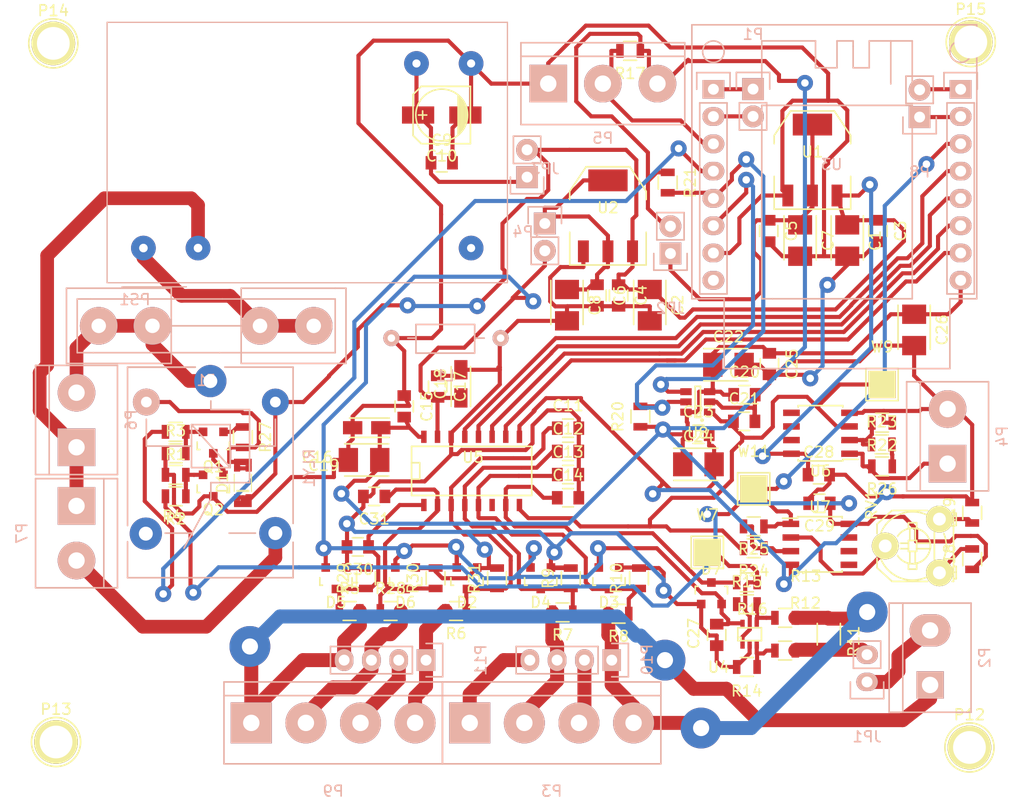
<source format=kicad_pcb>
(kicad_pcb (version 4) (host pcbnew 4.0.2+dfsg1-stable)
  (layers (0 F.Cu signal) (31 B.Cu signal) (34 B.Paste user) (35 F.Paste user) (36 B.SilkS user) (37 F.SilkS user) (38 B.Mask user) (39 F.Mask user) (44 Edge.Cuts user))
  (net 0 "")
  (net 1 GND)
  (net 2 +12V)
  (net 3 GNDA)
  (net 4 +3V3)
  (net 5 +3.3VADC)
  (net 6 ADC_LED1+)
  (net 7 ADC_LED_Current)
  (net 8 DAC_OUT)
  (net 9 "Net-(F1-Pad2)")
  (net 10 AC_L)
  (net 11 LED_Current_meas_in)
  (net 12 "Net-(JP1-Pad2)")
  (net 13 "Net-(P1-Pad1)")
  (net 14 "Net-(P1-Pad2)")
  (net 15 LED2-)
  (net 16 LED1+)
  (net 17 Led_dimm)
  (net 18 DS18B20)
  (net 19 AC_N)
  (net 20 AC_L_MEANWELL)
  (net 21 "Net-(P8-Pad1)")
  (net 22 "Net-(P8-Pad2)")
  (net 23 "Net-(Q1-Pad1)")
  (net 24 "Net-(Q1-Pad2)")
  (net 25 "Net-(Q1-Pad3)")
  (net 26 "Net-(Q2-Pad2)")
  (net 27 LED_ON)
  (net 28 COMP_OUT)
  (net 29 "Net-(R12-Pad1)")
  (net 30 "Net-(R13-Pad1)")
  (net 31 LED_current)
  (net 32 "Net-(R18-Pad2)")
  (net 33 "Net-(R19-Pad1)")
  (net 34 DAC_SCL)
  (net 35 DAC_SDA)
  (net 36 "Net-(R22-Pad2)")
  (net 37 "Net-(R23-Pad2)")
  (net 38 "Net-(R24-Pad1)")
  (net 39 LED_DIMM_threshold)
  (net 40 ADC_CLK)
  (net 41 ADC_MISO)
  (net 42 ADC_MOSI)
  (net 43 ADC_CS)
  (net 44 "Net-(D1-PadA)")
  (net 45 "Net-(C5-Pad1)")
  (net 46 "Net-(C6-Pad1)")
  (net 47 "Net-(C10-Pad1)")
  (net 48 ADC_LED3+)
  (net 49 ADC_LED2+)
  (net 50 ADC_LED4-)
  (net 51 ADC_LED4+)
  (net 52 LED4-)
  (net 53 LED2+)
  (net 54 LED1-)
  (net 55 LED4+)
  (net 56 LED3-)
  (net 57 LED3+)
  (module nodemcu:Mini_ESP8266 (layer B.Cu) (at 150.241 95.6945 180)
    (fp_text reference U3 (at 0.5 -6 180) (layer B.SilkS) (effects (justify mirror)))
    (fp_text value mini_ESP8266)
    (pad 9 thru_hole oval (at 11.5 -16.78 180) (size 2.032 1.7272) (drill 1.016) (layers *.Cu *.Mask B.SilkS))
    (pad 10 thru_hole oval (at 11.5 -14.24 180) (size 2.032 1.7272) (drill 1.016) (layers *.Cu *.Mask B.SilkS) (net 1 GND))
    (pad 11 thru_hole oval (at 11.5 -11.7 180) (size 2.032 1.7272) (drill 1.016) (layers *.Cu *.Mask B.SilkS) (net 34 DAC_SCL))
    (pad 12 thru_hole oval (at 11.5 -9.16 180) (size 2.032 1.7272) (drill 1.016) (layers *.Cu *.Mask B.SilkS) (net 35 DAC_SDA))
    (pad 13 thru_hole oval (at 11.5 -6.62 180) (size 2.032 1.7272) (drill 1.016) (layers *.Cu *.Mask B.SilkS) (net 27 LED_ON))
    (pad 14 thru_hole oval (at 11.5 -4.08 180) (size 2.032 1.7272) (drill 1.016) (layers *.Cu *.Mask B.SilkS) (net 18 DS18B20))
    (pad 15 thru_hole oval (at 11.5 -1.54 180) (size 2.032 1.7272) (drill 1.016) (layers *.Cu *.Mask B.SilkS) (net 14 "Net-(P1-Pad2)"))
    (pad 16 thru_hole rect (at 11.5 1 180) (size 2.032 1.7272) (drill 1.016) (layers *.Cu *.Mask B.SilkS) (net 13 "Net-(P1-Pad1)"))
    (pad 1 thru_hole rect (at -11.5 1 180) (size 2.032 1.7272) (drill 1.016) (layers *.Cu *.Mask B.SilkS) (net 22 "Net-(P8-Pad2)"))
    (pad 2 thru_hole oval (at -11.5 -1.54 180) (size 2.032 1.7272) (drill 1.016) (layers *.Cu *.Mask B.SilkS) (net 21 "Net-(P8-Pad1)"))
    (pad 3 thru_hole oval (at -11.5 -4.08 180) (size 2.032 1.7272) (drill 1.016) (layers *.Cu *.Mask B.SilkS) (net 28 COMP_OUT))
    (pad 4 thru_hole oval (at -11.5 -6.62 180) (size 2.032 1.7272) (drill 1.016) (layers *.Cu *.Mask B.SilkS) (net 40 ADC_CLK))
    (pad 5 thru_hole oval (at -11.5 -9.16 180) (size 2.032 1.7272) (drill 1.016) (layers *.Cu *.Mask B.SilkS) (net 41 ADC_MISO))
    (pad 6 thru_hole oval (at -11.5 -11.7 180) (size 2.032 1.7272) (drill 1.016) (layers *.Cu *.Mask B.SilkS) (net 42 ADC_MOSI))
    (pad 7 thru_hole oval (at -11.5 -14.24 180) (size 2.032 1.7272) (drill 1.016) (layers *.Cu *.Mask B.SilkS) (net 43 ADC_CS))
    (pad 8 thru_hole oval (at -11.5 -16.78 180) (size 2.032 1.7272) (drill 1.016) (layers *.Cu *.Mask B.SilkS) (net 4 +3V3))
  )
  (module Converter_ACDC:Converter_ACDC_MeanWell_IRM-03-xx_THT (layer B.Cu) (at 85.725 109.474)
    (fp_text reference PS1 (at -0.8 4.8) (layer B.SilkS) (effects (justify mirror)))
    (fp_text value IRM-03-12S)
    (pad 5 thru_hole circle (at 30.48 0) (size 2.3 2.3) (drill 0.76) (layers *.Cu *.Mask))
    (pad 1 thru_hole circle (at 0 0) (size 2.3 2.3) (drill 0.8) (layers *.Cu *.Mask) (net 9 "Net-(F1-Pad2)"))
    (pad 3 thru_hole circle (at 5.08 0) (size 2.3 2.3) (drill 0.8) (layers *.Cu *.Mask) (net 19 AC_N))
    (pad 14 thru_hole circle (at 30.48 -17.18) (size 2.3 2.3) (drill 0.76) (layers *.Cu *.Mask) (net 1 GND))
    (pad 16 thru_hole circle (at 25.4 -17.18) (size 2.3 2.3) (drill 0.76) (layers *.Cu *.Mask) (net 47 "Net-(C10-Pad1)"))
  )
  (module Pin_Headers:Pin_Header_Straight_1x02 (layer B.Cu) (at 153.035 149.86)
    (fp_text reference JP1 (at 0 5.1) (layer B.SilkS) (effects (justify mirror)))
    (fp_text value JUMPER)
    (pad 1 thru_hole oval (at 0 0) (size 2 1.7) (drill 1.016) (layers *.Cu *.Mask B.SilkS) (net 11 LED_Current_meas_in))
    (pad 2 thru_hole oval (at 0 -2.54) (size 2.032 1.72) (drill 1.016) (layers *.Cu *.Mask B.SilkS) (net 12 "Net-(JP1-Pad2)"))
  )
  (module Connect:bornier2 (layer B.Cu) (at 79.502 125.476 90)
    (fp_text reference P6 (at 0 5.08 90) (layer B.SilkS) (effects (justify mirror)))
    (fp_text value CON_230V)
    (pad 1 thru_hole rect (at -2.54 0 90) (size 3.5 3.5) (drill 1.524) (layers *.Cu *.Mask B.SilkS) (net 19 AC_N))
    (pad 2 thru_hole circle (at 2.54 0 90) (size 3.5 3.5) (drill 1.524) (layers *.Cu *.Mask B.SilkS) (net 10 AC_L))
  )
  (module Connect:bornier2 (layer B.Cu) (at 79.502 136.017 270)
    (fp_text reference P7 (at 0 5.08 270) (layer B.SilkS) (effects (justify mirror)))
    (fp_text value CON_MEANWELL)
    (pad 1 thru_hole rect (at -2.54 0 270) (size 3.5 3.5) (drill 1.524) (layers *.Cu *.Mask B.SilkS) (net 19 AC_N))
    (pad 2 thru_hole circle (at 2.54 0 270) (size 3.5 3.5) (drill 1.524) (layers *.Cu *.Mask B.SilkS) (net 20 AC_L_MEANWELL))
  )
  (module SMD_Packages:1Pin (layer F.Cu) (at 142.494 131.8895)
    (fp_text reference W11 (at 0 -3.50012) (layer F.SilkS))
    (fp_text value TEST_1P)
    (pad 1 smd rect (at 0 0) (size 2.54 2.54) (layers F.Cu F.Paste F.SilkS F.Mask) (net 28 COMP_OUT))
  )
  (module SMD_Packages:1Pin (layer F.Cu) (at 154.432 122.174)
    (fp_text reference W9 (at 0 -3.50012) (layer F.SilkS))
    (fp_text value TEST_1P)
    (pad 1 smd rect (at 0 0) (size 2.54 2.54) (layers F.Cu F.Paste F.SilkS F.Mask) (net 8 DAC_OUT))
  )
  (module SMD_Packages:1Pin (layer F.Cu) (at 138.176 137.795)
    (fp_text reference W7 (at 0 -3.50012) (layer F.SilkS))
    (fp_text value TEST_1P)
    (pad 1 smd rect (at 0 0) (size 2.54 2.54) (layers F.Cu F.Paste F.SilkS F.Mask) (net 31 LED_current))
  )
  (module Capacitors_Tantalum_SMD:TantalC_SizeB_EIA-3528_Reflow (layer F.Cu) (at 151.1935 108.7755 270)
    (fp_text reference C1 (at 0 -2.6 270) (layer F.SilkS))
    (fp_text value 10u)
    (pad 2 smd rect (at 1.46 0 270) (size 1.8 2.23) (layers F.Cu F.Paste F.Mask) (net 1 GND))
    (pad 1 smd rect (at -1.46 0 270) (size 1.8 2.23) (layers F.Cu F.Paste F.Mask) (net 2 +12V))
  )
  (module Capacitors_Tantalum_SMD:TantalC_SizeB_EIA-3528_Reflow (layer F.Cu) (at 132.825 114.788 270)
    (fp_text reference C2 (at 0 -2.6 270) (layer F.SilkS))
    (fp_text value 10u)
    (pad 2 smd rect (at 1.46 0 270) (size 1.8 2.23) (layers F.Cu F.Paste F.Mask) (net 3 GNDA))
    (pad 1 smd rect (at -1.46 0 270) (size 1.8 2.23) (layers F.Cu F.Paste F.Mask) (net 2 +12V))
  )
  (module Capacitors_SMD:C_0805 (layer F.Cu) (at 154.051 107.8865 270)
    (fp_text reference C3 (at 0 -2.1 270) (layer F.SilkS))
    (fp_text value 100n)
    (pad 1 smd rect (at -1 0 270) (size 1 1.25) (layers F.Cu F.Paste F.Mask) (net 2 +12V))
    (pad 2 smd rect (at 1 0 270) (size 1 1.25) (layers F.Cu F.Paste F.Mask) (net 1 GND))
  )
  (module Capacitors_SMD:C_0805 (layer F.Cu) (at 129.925 113.888 270)
    (fp_text reference C4 (at 0 -2.1 270) (layer F.SilkS))
    (fp_text value 100n)
    (pad 1 smd rect (at -1 0 270) (size 1 1.25) (layers F.Cu F.Paste F.Mask) (net 2 +12V))
    (pad 2 smd rect (at 1 0 270) (size 1 1.25) (layers F.Cu F.Paste F.Mask) (net 3 GNDA))
  )
  (module Capacitors_SMD:C_0805 (layer F.Cu) (at 143.891 107.8865 270)
    (fp_text reference C5 (at 0 -2.1 270) (layer F.SilkS))
    (fp_text value 100n)
    (pad 1 smd rect (at -1 0 270) (size 1 1.25) (layers F.Cu F.Paste F.Mask) (net 45 "Net-(C5-Pad1)"))
    (pad 2 smd rect (at 1 0 270) (size 1 1.25) (layers F.Cu F.Paste F.Mask) (net 1 GND))
  )
  (module Capacitors_SMD:C_0805 (layer F.Cu) (at 127.925 113.888 270)
    (fp_text reference C6 (at 0 -2.1 270) (layer F.SilkS))
    (fp_text value 100n)
    (pad 1 smd rect (at -1 0 270) (size 1 1.25) (layers F.Cu F.Paste F.Mask) (net 46 "Net-(C6-Pad1)"))
    (pad 2 smd rect (at 1 0 270) (size 1 1.25) (layers F.Cu F.Paste F.Mask) (net 3 GNDA))
  )
  (module Capacitors_Tantalum_SMD:TantalC_SizeB_EIA-3528_Reflow (layer F.Cu) (at 146.812 108.7755 270)
    (fp_text reference C7 (at 0 -2.6 270) (layer F.SilkS))
    (fp_text value 10u)
    (pad 2 smd rect (at 1.46 0 270) (size 1.8 2.23) (layers F.Cu F.Paste F.Mask) (net 1 GND))
    (pad 1 smd rect (at -1.46 0 270) (size 1.8 2.23) (layers F.Cu F.Paste F.Mask) (net 45 "Net-(C5-Pad1)"))
  )
  (module Capacitors_Tantalum_SMD:TantalC_SizeB_EIA-3528_Reflow (layer F.Cu) (at 125.125 114.788 270)
    (fp_text reference C8 (at 0 -2.6 270) (layer F.SilkS))
    (fp_text value 10u)
    (pad 2 smd rect (at 1.46 0 270) (size 1.8 2.23) (layers F.Cu F.Paste F.Mask) (net 3 GNDA))
    (pad 1 smd rect (at -1.46 0 270) (size 1.8 2.23) (layers F.Cu F.Paste F.Mask) (net 46 "Net-(C6-Pad1)"))
  )
  (module Capacitors_SMD:C_0805 (layer F.Cu) (at 113.4745 101.5365)
    (fp_text reference C9 (at 0 -2.1) (layer F.SilkS))
    (fp_text value 100n)
    (pad 1 smd rect (at -1 0) (size 1 1.25) (layers F.Cu F.Paste F.Mask) (net 47 "Net-(C10-Pad1)"))
    (pad 2 smd rect (at 1 0) (size 1 1.25) (layers F.Cu F.Paste F.Mask) (net 1 GND))
  )
  (module Capacitors_SMD:c_elec_5x5.3 (layer F.Cu) (at 113.4745 97.0915 180)
    (fp_text reference C10 (at 0 -3.81 180) (layer F.SilkS))
    (fp_text value 47u)
    (pad 1 smd rect (at 2.19964 0 180) (size 2.99974 1.6002) (layers F.Cu F.Paste F.Mask) (net 47 "Net-(C10-Pad1)"))
    (pad 2 smd rect (at -2.19964 0 180) (size 2.99974 1.6002) (layers F.Cu F.Paste F.Mask) (net 1 GND))
  )
  (module Capacitors_SMD:C_0805 (layer F.Cu) (at 125.222 126.238)
    (fp_text reference C11 (at 0 -2.1) (layer F.SilkS))
    (fp_text value 10n)
    (pad 1 smd rect (at -1 0) (size 1 1.25) (layers F.Cu F.Paste F.Mask) (net 48 ADC_LED3+))
    (pad 2 smd rect (at 1 0) (size 1 1.25) (layers F.Cu F.Paste F.Mask) (net 3 GNDA))
  )
  (module Capacitors_SMD:C_0805 (layer F.Cu) (at 125.222 128.397)
    (fp_text reference C12 (at 0 -2.1) (layer F.SilkS))
    (fp_text value 10n)
    (pad 1 smd rect (at -1 0) (size 1 1.25) (layers F.Cu F.Paste F.Mask) (net 49 ADC_LED2+))
    (pad 2 smd rect (at 1 0) (size 1 1.25) (layers F.Cu F.Paste F.Mask) (net 3 GNDA))
  )
  (module Capacitors_SMD:C_0805 (layer F.Cu) (at 125.222 130.556)
    (fp_text reference C13 (at 0 -2.1) (layer F.SilkS))
    (fp_text value 10n)
    (pad 1 smd rect (at -1 0) (size 1 1.25) (layers F.Cu F.Paste F.Mask) (net 6 ADC_LED1+))
    (pad 2 smd rect (at 1 0) (size 1 1.25) (layers F.Cu F.Paste F.Mask) (net 3 GNDA))
  )
  (module Capacitors_SMD:C_0805 (layer F.Cu) (at 125.222 132.715)
    (fp_text reference C14 (at 0 -2.1) (layer F.SilkS))
    (fp_text value 10n)
    (pad 1 smd rect (at -1 0) (size 1 1.25) (layers F.Cu F.Paste F.Mask) (net 7 ADC_LED_Current))
    (pad 2 smd rect (at 1 0) (size 1 1.25) (layers F.Cu F.Paste F.Mask) (net 3 GNDA))
  )
  (module Capacitors_SMD:C_0805 (layer F.Cu) (at 109.982 124.206 270)
    (fp_text reference C15 (at 0 -2.1 270) (layer F.SilkS))
    (fp_text value 100n)
    (pad 1 smd rect (at -1 0 270) (size 1 1.25) (layers F.Cu F.Paste F.Mask) (net 1 GND))
    (pad 2 smd rect (at 1 0 270) (size 1 1.25) (layers F.Cu F.Paste F.Mask) (net 4 +3V3))
  )
  (module Capacitors_Tantalum_SMD:TantalC_SizeB_EIA-3528_Reflow (layer F.Cu) (at 106.248 129.196 180)
    (fp_text reference C16 (at 4.35 0.25 180) (layer F.SilkS))
    (fp_text value 10u)
    (pad 2 smd rect (at 1.46 0 180) (size 1.8 2.23) (layers F.Cu F.Paste F.Mask) (net 1 GND))
    (pad 1 smd rect (at -1.46 0 180) (size 1.8 2.23) (layers F.Cu F.Paste F.Mask) (net 4 +3V3))
  )
  (module Capacitors_SMD:C_0805 (layer F.Cu) (at 113.0935 122.3645 270)
    (fp_text reference C17 (at 0 -2.1 270) (layer F.SilkS))
    (fp_text value 100n)
    (pad 1 smd rect (at -1 0 270) (size 1 1.25) (layers F.Cu F.Paste F.Mask) (net 3 GNDA))
    (pad 2 smd rect (at 1 0 270) (size 1 1.25) (layers F.Cu F.Paste F.Mask) (net 5 +3.3VADC))
  )
  (module Capacitors_Tantalum_SMD:TantalC_SizeA_EIA-3216_Reflow (layer F.Cu) (at 115.2525 122.1105 90)
    (fp_text reference C18 (at 0 -1.9 90) (layer F.SilkS))
    (fp_text value 1u)
    (pad 2 smd rect (at 1.31 0 90) (size 1.8 1.23) (layers F.Cu F.Paste F.Mask) (net 3 GNDA))
    (pad 1 smd rect (at -1.31 0 90) (size 1.8 1.23) (layers F.Cu F.Paste F.Mask) (net 5 +3.3VADC))
  )
  (module Capacitors_Tantalum_SMD:TantalC_SizeA_EIA-3216_Reflow (layer F.Cu) (at 106.498 126.196 180)
    (fp_text reference C19 (at 4 -3.5 180) (layer F.SilkS))
    (fp_text value 1u)
    (pad 2 smd rect (at 1.31 0 180) (size 1.8 1.23) (layers F.Cu F.Paste F.Mask) (net 1 GND))
    (pad 1 smd rect (at -1.31 0 180) (size 1.8 1.23) (layers F.Cu F.Paste F.Mask) (net 4 +3V3))
  )
  (module Capacitors_SMD:C_0805 (layer F.Cu) (at 141.6325 123.1235)
    (fp_text reference C20 (at 0 -2.1) (layer F.SilkS))
    (fp_text value 100n)
    (pad 1 smd rect (at -1 0) (size 1 1.25) (layers F.Cu F.Paste F.Mask) (net 4 +3V3))
    (pad 2 smd rect (at 1 0) (size 1 1.25) (layers F.Cu F.Paste F.Mask) (net 1 GND))
  )
  (module Capacitors_SMD:C_0805 (layer F.Cu) (at 141.605 125.603)
    (fp_text reference C21 (at 0 -2.1) (layer F.SilkS))
    (fp_text value 100n)
    (pad 1 smd rect (at -1 0) (size 1 1.25) (layers F.Cu F.Paste F.Mask) (net 8 DAC_OUT))
    (pad 2 smd rect (at 1 0) (size 1 1.25) (layers F.Cu F.Paste F.Mask) (net 1 GND))
  )
  (module Capacitors_Tantalum_SMD:TantalC_SizeB_EIA-3528_Reflow (layer F.Cu) (at 140.1445 120.3325)
    (fp_text reference C22 (at 0 -2.6) (layer F.SilkS))
    (fp_text value 10u)
    (pad 2 smd rect (at 1.46 0) (size 1.8 2.23) (layers F.Cu F.Paste F.Mask) (net 1 GND))
    (pad 1 smd rect (at -1.46 0) (size 1.8 2.23) (layers F.Cu F.Paste F.Mask) (net 4 +3V3))
  )
  (module Capacitors_SMD:C_0805 (layer F.Cu) (at 137.3505 126.8095)
    (fp_text reference C23 (at 0 -2.1) (layer F.SilkS))
    (fp_text value 100n)
    (pad 1 smd rect (at -1 0) (size 1 1.25) (layers F.Cu F.Paste F.Mask) (net 4 +3V3))
    (pad 2 smd rect (at 1 0) (size 1 1.25) (layers F.Cu F.Paste F.Mask) (net 1 GND))
  )
  (module Capacitors_Tantalum_SMD:TantalC_SizeB_EIA-3528_Reflow (layer F.Cu) (at 137.3505 129.6035)
    (fp_text reference C24 (at 0 -2.6) (layer F.SilkS))
    (fp_text value 10u)
    (pad 2 smd rect (at 1.46 0) (size 1.8 2.23) (layers F.Cu F.Paste F.Mask) (net 1 GND))
    (pad 1 smd rect (at -1.46 0) (size 1.8 2.23) (layers F.Cu F.Paste F.Mask) (net 4 +3V3))
  )
  (module Capacitors_SMD:C_0805 (layer F.Cu) (at 143.9545 120.269 270)
    (fp_text reference C25 (at 0 -2.1 270) (layer F.SilkS))
    (fp_text value 100n)
    (pad 1 smd rect (at -1 0 270) (size 1 1.25) (layers F.Cu F.Paste F.Mask) (net 4 +3V3))
    (pad 2 smd rect (at 1 0 270) (size 1 1.25) (layers F.Cu F.Paste F.Mask) (net 1 GND))
  )
  (module Capacitors_Tantalum_SMD:TantalC_SizeB_EIA-3528_Reflow (layer F.Cu) (at 157.4165 117.094 270)
    (fp_text reference C26 (at 0 -2.6 270) (layer F.SilkS))
    (fp_text value 10u)
    (pad 2 smd rect (at 1.46 0 270) (size 1.8 2.23) (layers F.Cu F.Paste F.Mask) (net 1 GND))
    (pad 1 smd rect (at -1.46 0 270) (size 1.8 2.23) (layers F.Cu F.Paste F.Mask) (net 4 +3V3))
  )
  (module Capacitors_SMD:C_0805 (layer F.Cu) (at 139.051 145.479 270)
    (fp_text reference C27 (at -0.13 2.14 270) (layer F.SilkS))
    (fp_text value 100n)
    (pad 1 smd rect (at -1 0 270) (size 1 1.25) (layers F.Cu F.Paste F.Mask) (net 5 +3.3VADC))
    (pad 2 smd rect (at 1 0 270) (size 1 1.25) (layers F.Cu F.Paste F.Mask) (net 3 GNDA))
  )
  (module Capacitors_SMD:C_0805 (layer F.Cu) (at 148.549 130.572)
    (fp_text reference C28 (at 0 -2.1) (layer F.SilkS))
    (fp_text value 100n)
    (pad 1 smd rect (at -1 0) (size 1 1.25) (layers F.Cu F.Paste F.Mask) (net 2 +12V))
    (pad 2 smd rect (at 1 0) (size 1 1.25) (layers F.Cu F.Paste F.Mask) (net 1 GND))
  )
  (module Capacitors_SMD:C_0805 (layer F.Cu) (at 148.608 133.23 180)
    (fp_text reference C29 (at 0 -2.1 180) (layer F.SilkS))
    (fp_text value 100n)
    (pad 1 smd rect (at -1 0 180) (size 1 1.25) (layers F.Cu F.Paste F.Mask) (net 4 +3V3))
    (pad 2 smd rect (at 1 0 180) (size 1 1.25) (layers F.Cu F.Paste F.Mask) (net 1 GND))
  )
  (module digi-key:SOD-80 (layer F.Cu) (at 94.974 131.33 90)
    (fp_text reference D1 (at 0 -1.9 90) (layer F.SilkS))
    (fp_text value D)
    (pad A smd rect (at 1.35 0.5375 90) (size 0.6 0.575) (layers F.Cu F.Paste F.Mask) (net 44 "Net-(D1-PadA)"))
    (pad A smd rect (at 1.35 -0.5375 90) (size 0.6 0.575) (layers F.Cu F.Paste F.Mask) (net 44 "Net-(D1-PadA)"))
    (pad K smd rect (at -1.35 0.5375 90) (size 0.6 0.575) (layers F.Cu F.Paste F.Mask) (net 2 +12V))
    (pad K smd rect (at -1.95 0 90) (size 0.6 1.65) (layers F.Cu F.Paste F.Mask) (net 2 +12V))
    (pad A smd rect (at 1.95 0 90) (size 0.6 1.65) (layers F.Cu F.Paste F.Mask) (net 44 "Net-(D1-PadA)"))
    (pad K smd rect (at -1.35 -0.5375 90) (size 0.6 0.575) (layers F.Cu F.Paste F.Mask) (net 2 +12V))
  )
  (module Fuse_Holders_and_Fuses:Fuseholder5x20_horiz_open_inline_Type-I (layer B.Cu) (at 91.567 116.713)
    (fp_text reference F1 (at 0 5.08) (layer B.SilkS) (effects (justify mirror)))
    (fp_text value FUSE)
    (pad 2 thru_hole circle (at 5.00126 0) (size 3.5 3.5) (drill 1.34874) (layers *.Cu *.Mask B.SilkS) (net 9 "Net-(F1-Pad2)"))
    (pad 2 thru_hole circle (at 9.99998 0) (size 3.5 3.5) (drill 1.34874) (layers *.Cu *.Mask B.SilkS) (net 9 "Net-(F1-Pad2)"))
    (pad 1 thru_hole circle (at -5.00126 0) (size 3.5 3.5) (drill 1.34874) (layers *.Cu *.Mask B.SilkS) (net 10 AC_L))
    (pad 1 thru_hole circle (at -9.99998 0) (size 3.5 3.5) (drill 1.34874) (layers *.Cu *.Mask B.SilkS) (net 10 AC_L))
  )
  (module Choke_Axial_ThroughHole:Choke_Horizontal_RM10mm (layer B.Cu) (at 113.792 117.856)
    (fp_text reference L1 (at 0 3.50012) (layer B.SilkS) (effects (justify mirror)))
    (fp_text value 10u)
    (pad 1 thru_hole circle (at -5.00126 0) (size 1.5 1.5) (drill 0.7) (layers *.Cu *.Mask B.SilkS) (net 1 GND))
    (pad 2 thru_hole circle (at 5.15874 0) (size 1.5 1.5) (drill 0.7) (layers *.Cu *.Mask B.SilkS) (net 3 GNDA))
  )
  (module Pin_Headers:Pin_Header_Straight_1x02 (layer B.Cu) (at 142.4305 94.6785 180)
    (fp_text reference P1 (at 0 5.1 180) (layer B.SilkS) (effects (justify mirror)))
    (fp_text value ESP_RX_TX)
    (pad 1 thru_hole rect (at 0 0 180) (size 2.032 2.032) (drill 1.016) (layers *.Cu *.Mask B.SilkS) (net 13 "Net-(P1-Pad1)"))
    (pad 2 thru_hole oval (at 0 -2.54 180) (size 2.032 2.032) (drill 1.016) (layers *.Cu *.Mask B.SilkS) (net 14 "Net-(P1-Pad2)"))
  )
  (module Connect:bornier2 (layer B.Cu) (at 158.9 147.6 90)
    (fp_text reference P2 (at 0 5.08 90) (layer B.SilkS) (effects (justify mirror)))
    (fp_text value CON_MEANWELL_VDC)
    (pad 1 thru_hole rect (at -2.54 0 90) (size 2.54 2.54) (drill 1.524) (layers *.Cu *.Mask B.SilkS) (net 52 LED4-))
    (pad 2 thru_hole oval (at 2.54 0 90) (size 3 3.8) (drill 1.524) (layers *.Cu *.Mask B.SilkS) (net 11 LED_Current_meas_in))
  )
  (module Connect:bornier4 (layer B.Cu) (at 123.698 153.67)
    (fp_text reference P3 (at 0 6.35) (layer B.SilkS) (effects (justify mirror)))
    (fp_text value CON_LED1)
    (pad 2 thru_hole circle (at -2.54 0) (size 3.81 3.81) (drill 1.524) (layers *.Cu *.Mask B.SilkS) (net 53 LED2+))
    (pad 3 thru_hole circle (at 2.54 0) (size 3.81 3.81) (drill 1.524) (layers *.Cu *.Mask B.SilkS) (net 54 LED1-))
    (pad 1 thru_hole rect (at -7.62 0) (size 3.81 3.81) (drill 1.524) (layers *.Cu *.Mask B.SilkS) (net 15 LED2-))
    (pad 4 thru_hole circle (at 7.62 0) (size 3.81 3.81) (drill 1.524) (layers *.Cu *.Mask B.SilkS) (net 16 LED1+))
  )
  (module Connect:bornier2 (layer B.Cu) (at 160.528 127 90)
    (fp_text reference P4 (at 0 5.08 90) (layer B.SilkS) (effects (justify mirror)))
    (fp_text value CON_DIM)
    (pad 1 thru_hole rect (at -2.54 0 90) (size 3.5 3.5) (drill 1.524) (layers *.Cu *.Mask B.SilkS) (net 17 Led_dimm))
    (pad 2 thru_hole circle (at 2.54 0 90) (size 3.5 3.5) (drill 1.524) (layers *.Cu *.Mask B.SilkS) (net 1 GND))
  )
  (module Connect:bornier3 (layer B.Cu) (at 128.4605 94.1705)
    (fp_text reference P5 (at 0 5.08) (layer B.SilkS) (effects (justify mirror)))
    (fp_text value CON_DS18B20)
    (pad 1 thru_hole rect (at -5.08 0) (size 3.5 3.5) (drill 1.524) (layers *.Cu *.Mask B.SilkS) (net 1 GND))
    (pad 2 thru_hole circle (at 0 0) (size 3.5 3.5) (drill 1.524) (layers *.Cu *.Mask B.SilkS) (net 18 DS18B20))
    (pad 3 thru_hole circle (at 5.08 0) (size 3.5 3.5) (drill 1.524) (layers *.Cu *.Mask B.SilkS) (net 4 +3V3))
  )
  (module Pin_Headers:Pin_Header_Straight_1x02 (layer B.Cu) (at 157.9245 97.282)
    (fp_text reference P8 (at 0 5.1) (layer B.SilkS) (effects (justify mirror)))
    (fp_text value CONN_01X02)
    (pad 1 thru_hole rect (at 0 0) (size 2.032 2.032) (drill 1.016) (layers *.Cu *.Mask B.SilkS) (net 21 "Net-(P8-Pad1)"))
    (pad 2 thru_hole oval (at 0 -2.54) (size 2.032 2.032) (drill 1.016) (layers *.Cu *.Mask B.SilkS) (net 22 "Net-(P8-Pad2)"))
  )
  (module TO_SOT_Packages_SMD:SOT-23 (layer F.Cu) (at 92.224 127.58 180)
    (fp_text reference Q1 (at 0 -2.25 180) (layer F.SilkS))
    (fp_text value bc847)
    (pad 1 smd rect (at -0.95 1.00076 180) (size 0.8001 0.8001) (layers F.Cu F.Paste F.Mask) (net 23 "Net-(Q1-Pad1)"))
    (pad 2 smd rect (at 0.95 1.00076 180) (size 0.8001 0.8001) (layers F.Cu F.Paste F.Mask) (net 24 "Net-(Q1-Pad2)"))
    (pad 3 smd rect (at 0 -0.99822 180) (size 0.8001 0.8001) (layers F.Cu F.Paste F.Mask) (net 25 "Net-(Q1-Pad3)"))
  )
  (module TO_SOT_Packages_SMD:SOT-23 (layer F.Cu) (at 92.224 131.58 180)
    (fp_text reference Q2 (at 0 -2.25 180) (layer F.SilkS))
    (fp_text value bc847)
    (pad 1 smd rect (at -0.95 1.00076 180) (size 0.8001 0.8001) (layers F.Cu F.Paste F.Mask) (net 25 "Net-(Q1-Pad3)"))
    (pad 2 smd rect (at 0.95 1.00076 180) (size 0.8001 0.8001) (layers F.Cu F.Paste F.Mask) (net 26 "Net-(Q2-Pad2)"))
    (pad 3 smd rect (at 0 -0.99822 180) (size 0.8001 0.8001) (layers F.Cu F.Paste F.Mask) (net 1 GND))
  )
  (module Resistors_SMD:R_0805 (layer F.Cu) (at 88.724 126.58 180)
    (fp_text reference R1 (at 0 -2.1 180) (layer F.SilkS))
    (fp_text value 1k)
    (pad 1 smd rect (at -0.95 0 180) (size 0.7 1.3) (layers F.Cu F.Paste F.Mask) (net 24 "Net-(Q1-Pad2)"))
    (pad 2 smd rect (at 0.95 0 180) (size 0.7 1.3) (layers F.Cu F.Paste F.Mask) (net 27 LED_ON))
  )
  (module Resistors_SMD:R_0805 (layer F.Cu) (at 88.724 132.58 180)
    (fp_text reference R2 (at 0 -2.1 180) (layer F.SilkS))
    (fp_text value 1k)
    (pad 1 smd rect (at -0.95 0 180) (size 0.7 1.3) (layers F.Cu F.Paste F.Mask) (net 26 "Net-(Q2-Pad2)"))
    (pad 2 smd rect (at 0.95 0 180) (size 0.7 1.3) (layers F.Cu F.Paste F.Mask) (net 28 COMP_OUT))
  )
  (module Resistors_SMD:R_0805 (layer F.Cu) (at 88.724 128.58)
    (fp_text reference R3 (at 0 -2.1) (layer F.SilkS))
    (fp_text value 10k)
    (pad 1 smd rect (at -0.95 0) (size 0.7 1.3) (layers F.Cu F.Paste F.Mask) (net 1 GND))
    (pad 2 smd rect (at 0.95 0) (size 0.7 1.3) (layers F.Cu F.Paste F.Mask) (net 24 "Net-(Q1-Pad2)"))
  )
  (module Resistors_SMD:R_0805 (layer F.Cu) (at 88.724 130.58)
    (fp_text reference R4 (at -0.28 3.85) (layer F.SilkS))
    (fp_text value 10k)
    (pad 1 smd rect (at -0.95 0) (size 0.7 1.3) (layers F.Cu F.Paste F.Mask) (net 1 GND))
    (pad 2 smd rect (at 0.95 0) (size 0.7 1.3) (layers F.Cu F.Paste F.Mask) (net 26 "Net-(Q2-Pad2)"))
  )
  (module Resistors_SMD:R_0805 (layer F.Cu) (at 114.808 143.256 180)
    (fp_text reference R6 (at 0 -2.1 180) (layer F.SilkS))
    (fp_text value NC)
    (pad 1 smd rect (at -0.95 0 180) (size 0.7 1.3) (layers F.Cu F.Paste F.Mask) (net 48 ADC_LED3+))
    (pad 2 smd rect (at 0.95 0 180) (size 0.7 1.3) (layers F.Cu F.Paste F.Mask) (net 57 LED3+))
  )
  (module Resistors_SMD:R_0805 (layer F.Cu) (at 124.714 143.383 180)
    (fp_text reference R7 (at 0 -2.1 180) (layer F.SilkS))
    (fp_text value 100k)
    (pad 1 smd rect (at -0.95 0 180) (size 0.7 1.3) (layers F.Cu F.Paste F.Mask) (net 49 ADC_LED2+))
    (pad 2 smd rect (at 0.95 0 180) (size 0.7 1.3) (layers F.Cu F.Paste F.Mask) (net 53 LED2+))
  )
  (module Resistors_SMD:R_0805 (layer F.Cu) (at 129.921 143.51 180)
    (fp_text reference R8 (at 0 -2.1 180) (layer F.SilkS))
    (fp_text value 100k)
    (pad 1 smd rect (at -0.95 0 180) (size 0.7 1.3) (layers F.Cu F.Paste F.Mask) (net 6 ADC_LED1+))
    (pad 2 smd rect (at 0.95 0 180) (size 0.7 1.3) (layers F.Cu F.Paste F.Mask) (net 16 LED1+))
  )
  (module Resistors_SMD:R_0805 (layer F.Cu) (at 125.476 140.208 90)
    (fp_text reference R9 (at 0 -2.1 90) (layer F.SilkS))
    (fp_text value 8k2)
    (pad 1 smd rect (at -0.95 0 90) (size 0.7 1.3) (layers F.Cu F.Paste F.Mask) (net 49 ADC_LED2+))
    (pad 2 smd rect (at 0.95 0 90) (size 0.7 1.3) (layers F.Cu F.Paste F.Mask) (net 3 GNDA))
  )
  (module Resistors_SMD:R_0805 (layer F.Cu) (at 131.826 140.208 90)
    (fp_text reference R10 (at 0 -2.1 90) (layer F.SilkS))
    (fp_text value 3k9)
    (pad 1 smd rect (at -0.95 0 90) (size 0.7 1.3) (layers F.Cu F.Paste F.Mask) (net 6 ADC_LED1+))
    (pad 2 smd rect (at 0.95 0 90) (size 0.7 1.3) (layers F.Cu F.Paste F.Mask) (net 3 GNDA))
  )
  (module Resistors_SMD:R_1206 (layer F.Cu) (at 149.479 145.415 90)
    (fp_text reference R11 (at -0.66 2.33 90) (layer F.SilkS))
    (fp_text value 0.1)
    (pad 1 smd rect (at -1.45 0 90) (size 0.9 1.7) (layers F.Cu F.Paste F.Mask) (net 12 "Net-(JP1-Pad2)"))
    (pad 2 smd rect (at 1.45 0 90) (size 0.9 1.7) (layers F.Cu F.Paste F.Mask) (net 16 LED1+))
  )
  (module Resistors_SMD:R_0805 (layer F.Cu) (at 145.415 146.939)
    (fp_text reference R12 (at 1.88 -4.42) (layer F.SilkS))
    (fp_text value 3k9)
    (pad 1 smd rect (at -0.95 0) (size 0.7 1.3) (layers F.Cu F.Paste F.Mask) (net 29 "Net-(R12-Pad1)"))
    (pad 2 smd rect (at 0.95 0) (size 0.7 1.3) (layers F.Cu F.Paste F.Mask) (net 12 "Net-(JP1-Pad2)"))
  )
  (module Resistors_SMD:R_0805 (layer F.Cu) (at 145.415 143.891)
    (fp_text reference R13 (at 1.92 -3.88) (layer F.SilkS))
    (fp_text value 3k9)
    (pad 1 smd rect (at -0.95 0) (size 0.7 1.3) (layers F.Cu F.Paste F.Mask) (net 30 "Net-(R13-Pad1)"))
    (pad 2 smd rect (at 0.95 0) (size 0.7 1.3) (layers F.Cu F.Paste F.Mask) (net 16 LED1+))
  )
  (module Resistors_SMD:R_0805 (layer F.Cu) (at 141.859 148.463)
    (fp_text reference R14 (at -0.02 2.24) (layer F.SilkS))
    (fp_text value 120k)
    (pad 1 smd rect (at -0.95 0) (size 0.7 1.3) (layers F.Cu F.Paste F.Mask) (net 3 GNDA))
    (pad 2 smd rect (at 0.95 0) (size 0.7 1.3) (layers F.Cu F.Paste F.Mask) (net 29 "Net-(R12-Pad1)"))
  )
  (module Resistors_SMD:R_0805 (layer F.Cu) (at 141.859 142.621)
    (fp_text reference R15 (at 0 -2.1) (layer F.SilkS))
    (fp_text value 120k)
    (pad 1 smd rect (at -0.95 0) (size 0.7 1.3) (layers F.Cu F.Paste F.Mask) (net 31 LED_current))
    (pad 2 smd rect (at 0.95 0) (size 0.7 1.3) (layers F.Cu F.Paste F.Mask) (net 30 "Net-(R13-Pad1)"))
  )
  (module Resistors_SMD:R_0805 (layer F.Cu) (at 141.859 140.589)
    (fp_text reference R16 (at 0.5 2.5) (layer F.SilkS))
    (fp_text value 1k)
    (pad 1 smd rect (at -0.95 0) (size 0.7 1.3) (layers F.Cu F.Paste F.Mask) (net 7 ADC_LED_Current))
    (pad 2 smd rect (at 0.95 0) (size 0.7 1.3) (layers F.Cu F.Paste F.Mask) (net 31 LED_current))
  )
  (module Resistors_SMD:R_0805 (layer F.Cu) (at 131.0005 91.1225 180)
    (fp_text reference R17 (at 0 -2.1 180) (layer F.SilkS))
    (fp_text value 4k7)
    (pad 1 smd rect (at -0.95 0 180) (size 0.7 1.3) (layers F.Cu F.Paste F.Mask) (net 4 +3V3))
    (pad 2 smd rect (at 0.95 0 180) (size 0.7 1.3) (layers F.Cu F.Paste F.Mask) (net 18 DS18B20))
  )
  (module Resistors_SMD:R_0805 (layer F.Cu) (at 162.814 138.43 90)
    (fp_text reference R18 (at 0 -2.1 90) (layer F.SilkS))
    (fp_text value 4k7)
    (pad 1 smd rect (at -0.95 0 90) (size 0.7 1.3) (layers F.Cu F.Paste F.Mask) (net 4 +3V3))
    (pad 2 smd rect (at 0.95 0 90) (size 0.7 1.3) (layers F.Cu F.Paste F.Mask) (net 32 "Net-(R18-Pad2)"))
  )
  (module Resistors_SMD:R_0805 (layer F.Cu) (at 162.814 134.112 90)
    (fp_text reference R19 (at 0 -2.1 90) (layer F.SilkS))
    (fp_text value 4k7)
    (pad 1 smd rect (at -0.95 0 90) (size 0.7 1.3) (layers F.Cu F.Paste F.Mask) (net 33 "Net-(R19-Pad1)"))
    (pad 2 smd rect (at 0.95 0 90) (size 0.7 1.3) (layers F.Cu F.Paste F.Mask) (net 1 GND))
  )
  (module Resistors_SMD:R_0805 (layer F.Cu) (at 131.953 125.1585 90)
    (fp_text reference R20 (at 0 -2.1 90) (layer F.SilkS))
    (fp_text value 4k7)
    (pad 1 smd rect (at -0.95 0 90) (size 0.7 1.3) (layers F.Cu F.Paste F.Mask) (net 4 +3V3))
    (pad 2 smd rect (at 0.95 0 90) (size 0.7 1.3) (layers F.Cu F.Paste F.Mask) (net 34 DAC_SCL))
  )
  (module Resistors_SMD:R_0805 (layer F.Cu) (at 134.493 103.378 270)
    (fp_text reference R21 (at 0 -2.1 270) (layer F.SilkS))
    (fp_text value 4k7)
    (pad 1 smd rect (at -0.95 0 270) (size 0.7 1.3) (layers F.Cu F.Paste F.Mask) (net 4 +3V3))
    (pad 2 smd rect (at 0.95 0 270) (size 0.7 1.3) (layers F.Cu F.Paste F.Mask) (net 35 DAC_SDA))
  )
  (module Resistors_SMD:R_0805 (layer F.Cu) (at 154.432 125.73 180)
    (fp_text reference R22 (at 0 -2.1 180) (layer F.SilkS))
    (fp_text value 3k9)
    (pad 1 smd rect (at -0.95 0 180) (size 0.7 1.3) (layers F.Cu F.Paste F.Mask) (net 1 GND))
    (pad 2 smd rect (at 0.95 0 180) (size 0.7 1.3) (layers F.Cu F.Paste F.Mask) (net 36 "Net-(R22-Pad2)"))
  )
  (module Resistors_SMD:R_0805 (layer F.Cu) (at 154.399 127.747)
    (fp_text reference R23 (at 0 -2.1) (layer F.SilkS))
    (fp_text value 3k9)
    (pad 1 smd rect (at -0.95 0) (size 0.7 1.3) (layers F.Cu F.Paste F.Mask) (net 36 "Net-(R22-Pad2)"))
    (pad 2 smd rect (at 0.95 0) (size 0.7 1.3) (layers F.Cu F.Paste F.Mask) (net 37 "Net-(R23-Pad2)"))
  )
  (module Resistors_SMD:R_0805 (layer F.Cu) (at 142.494 137.414 180)
    (fp_text reference R24 (at 0 -2.1 180) (layer F.SilkS))
    (fp_text value 1k)
    (pad 1 smd rect (at -0.95 0 180) (size 0.7 1.3) (layers F.Cu F.Paste F.Mask) (net 38 "Net-(R24-Pad1)"))
    (pad 2 smd rect (at 0.95 0 180) (size 0.7 1.3) (layers F.Cu F.Paste F.Mask) (net 8 DAC_OUT))
  )
  (module Resistors_SMD:R_0805 (layer F.Cu) (at 142.494 135.382 180)
    (fp_text reference R25 (at 0 -2.1 180) (layer F.SilkS))
    (fp_text value 100k)
    (pad 1 smd rect (at -0.95 0 180) (size 0.7 1.3) (layers F.Cu F.Paste F.Mask) (net 28 COMP_OUT))
    (pad 2 smd rect (at 0.95 0 180) (size 0.7 1.3) (layers F.Cu F.Paste F.Mask) (net 38 "Net-(R24-Pad1)"))
  )
  (module Resistors_SMD:R_0805 (layer F.Cu) (at 154.432 129.794 180)
    (fp_text reference R26 (at 0 -2.1 180) (layer F.SilkS))
    (fp_text value 3k9)
    (pad 1 smd rect (at -0.95 0 180) (size 0.7 1.3) (layers F.Cu F.Paste F.Mask) (net 37 "Net-(R23-Pad2)"))
    (pad 2 smd rect (at 0.95 0 180) (size 0.7 1.3) (layers F.Cu F.Paste F.Mask) (net 17 Led_dimm))
  )
  (module Resistors_SMD:R_0805 (layer F.Cu) (at 94.974 127.08 270)
    (fp_text reference R27 (at 0 -2.1 270) (layer F.SilkS))
    (fp_text value 1k)
    (pad 1 smd rect (at -0.95 0 270) (size 0.7 1.3) (layers F.Cu F.Paste F.Mask) (net 23 "Net-(Q1-Pad1)"))
    (pad 2 smd rect (at 0.95 0 270) (size 0.7 1.3) (layers F.Cu F.Paste F.Mask) (net 44 "Net-(D1-PadA)"))
  )
  (module Relays_ThroughHole:Relay_SANYOU_SRD_Series_Form_C (layer B.Cu) (at 91.948 121.8565 270)
    (fp_text reference RLY1 (at 8.1 -9.2 270) (layer B.SilkS) (effects (justify mirror)))
    (fp_text value RELAY)
    (pad 2 thru_hole circle (at 1.95 -6.05 180) (size 2.5 2.5) (drill 1) (layers *.Cu *.Mask) (net 2 +12V))
    (pad 4 thru_hole circle (at 14.15 -6.05 180) (size 3 3) (drill 1.3) (layers *.Cu *.Mask) (net 20 AC_L_MEANWELL))
    (pad 5 thru_hole circle (at 14.2 6 180) (size 3 3) (drill 1.3) (layers *.Cu *.Mask))
    (pad 1 thru_hole circle (at 1.95 5.95 180) (size 2.5 2.5) (drill 1) (layers *.Cu *.Mask B.SilkS) (net 44 "Net-(D1-PadA)"))
    (pad 3 thru_hole circle (at 0 0 180) (size 3 3) (drill 1.3) (layers *.Cu *.Mask) (net 10 AC_L))
  )
  (module Potentiometers:Potentiometer_Triwood_RM-065 (layer F.Cu) (at 159.766 139.7 90)
    (fp_text reference RV1 (at 6.30936 -6.30936 90) (layer F.SilkS))
    (fp_text value POT)
    (pad 2 thru_hole circle (at 2.49936 -5.03936 90) (size 2.49936 2.49936) (drill 1.19888) (layers *.Cu *.Mask F.SilkS) (net 39 LED_DIMM_threshold))
    (pad 3 thru_hole circle (at 4.99872 0 90) (size 2.49936 2.49936) (drill 1.19888) (layers *.Cu *.Mask F.SilkS) (net 33 "Net-(R19-Pad1)"))
    (pad 1 thru_hole circle (at 0 0 90) (size 2.49936 2.49936) (drill 1.19888) (layers *.Cu *.Mask F.SilkS) (net 32 "Net-(R18-Pad2)"))
  )
  (module TO_SOT_Packages_SMD:SOT-223 (layer F.Cu) (at 147.955 101.2825)
    (fp_text reference U1 (at 0 -0.762) (layer F.SilkS))
    (fp_text value LD1117S33TR)
    (pad 4 smd rect (at 0 -3.302) (size 3.6576 2.032) (layers F.Cu F.Paste F.Mask) (net 45 "Net-(C5-Pad1)"))
    (pad 2 smd rect (at 0 3.302) (size 1.016 2.032) (layers F.Cu F.Paste F.Mask) (net 45 "Net-(C5-Pad1)"))
    (pad 3 smd rect (at 2.286 3.302) (size 1.016 2.032) (layers F.Cu F.Paste F.Mask) (net 2 +12V))
    (pad 1 smd rect (at -2.286 3.302) (size 1.016 2.032) (layers F.Cu F.Paste F.Mask) (net 1 GND))
  )
  (module TO_SOT_Packages_SMD:SOT-223 (layer F.Cu) (at 128.935 106.478)
    (fp_text reference U2 (at 0 -0.762) (layer F.SilkS))
    (fp_text value LD1117S33TR)
    (pad 4 smd rect (at 0 -3.302) (size 3.6576 2.032) (layers F.Cu F.Paste F.Mask) (net 46 "Net-(C6-Pad1)"))
    (pad 2 smd rect (at 0 3.302) (size 1.016 2.032) (layers F.Cu F.Paste F.Mask) (net 46 "Net-(C6-Pad1)"))
    (pad 3 smd rect (at 2.286 3.302) (size 1.016 2.032) (layers F.Cu F.Paste F.Mask) (net 2 +12V))
    (pad 1 smd rect (at -2.286 3.302) (size 1.016 2.032) (layers F.Cu F.Paste F.Mask) (net 3 GNDA))
  )
  (module TO_SOT_Packages_SMD:SC-70-5 (layer F.Cu) (at 142.113 145.415)
    (fp_text reference U4 (at -2.88 3.07) (layer F.SilkS))
    (fp_text value MCP6V31)
    (pad 1 smd rect (at -0.6604 1.016) (size 0.4064 0.6604) (layers F.Cu F.Paste F.Mask) (net 31 LED_current))
    (pad 3 smd rect (at 0.6604 1.016) (size 0.4064 0.6604) (layers F.Cu F.Paste F.Mask) (net 29 "Net-(R12-Pad1)"))
    (pad 2 smd rect (at 0 1.016) (size 0.4064 0.6604) (layers F.Cu F.Paste F.Mask) (net 3 GNDA))
    (pad 4 smd rect (at 0.6604 -1.016) (size 0.4064 0.6604) (layers F.Cu F.Paste F.Mask) (net 30 "Net-(R13-Pad1)"))
    (pad 5 smd rect (at -0.6604 -1.016) (size 0.4064 0.6604) (layers F.Cu F.Paste F.Mask) (net 5 +3.3VADC))
  )
  (module SMD_Packages:SO-16-N (layer F.Cu) (at 116.256 130.216)
    (fp_text reference U5 (at 0.127 -1.27) (layer F.SilkS))
    (fp_text value MCP3208)
    (pad 16 smd rect (at -4.445 -3.175) (size 0.508 1.143) (layers F.Cu F.Paste F.Mask) (net 4 +3V3))
    (pad 14 smd rect (at -1.905 -3.175) (size 0.508 1.143) (layers F.Cu F.Paste F.Mask) (net 3 GNDA))
    (pad 13 smd rect (at -0.635 -3.175) (size 0.508 1.143) (layers F.Cu F.Paste F.Mask) (net 40 ADC_CLK))
    (pad 12 smd rect (at 0.635 -3.175) (size 0.508 1.143) (layers F.Cu F.Paste F.Mask) (net 41 ADC_MISO))
    (pad 11 smd rect (at 1.905 -3.175) (size 0.508 1.143) (layers F.Cu F.Paste F.Mask) (net 42 ADC_MOSI))
    (pad 10 smd rect (at 3.175 -3.175) (size 0.508 1.143) (layers F.Cu F.Paste F.Mask) (net 43 ADC_CS))
    (pad 9 smd rect (at 4.445 -3.175) (size 0.508 1.143) (layers F.Cu F.Paste F.Mask) (net 1 GND))
    (pad 8 smd rect (at 4.445 3.175) (size 0.508 1.143) (layers F.Cu F.Paste F.Mask) (net 8 DAC_OUT))
    (pad 7 smd rect (at 3.175 3.175) (size 0.508 1.143) (layers F.Cu F.Paste F.Mask) (net 7 ADC_LED_Current))
    (pad 6 smd rect (at 1.905 3.175) (size 0.508 1.143) (layers F.Cu F.Paste F.Mask))
    (pad 5 smd rect (at 0.635 3.175) (size 0.508 1.143) (layers F.Cu F.Paste F.Mask) (net 6 ADC_LED1+))
    (pad 4 smd rect (at -0.635 3.175) (size 0.508 1.143) (layers F.Cu F.Paste F.Mask) (net 49 ADC_LED2+))
    (pad 3 smd rect (at -1.905 3.175) (size 0.508 1.143) (layers F.Cu F.Paste F.Mask) (net 48 ADC_LED3+))
    (pad 2 smd rect (at -3.175 3.175) (size 0.508 1.143) (layers F.Cu F.Paste F.Mask) (net 51 ADC_LED4+))
    (pad 1 smd rect (at -4.445 3.175) (size 0.508 1.143) (layers F.Cu F.Paste F.Mask) (net 50 ADC_LED4-))
    (pad 15 smd rect (at -3.175 -3.175) (size 0.508 1.143) (layers F.Cu F.Paste F.Mask) (net 5 +3.3VADC))
  )
  (module Housings_SOIC:SOIC-8_3.9x4.9mm_Pitch1.27mm (layer F.Cu) (at 148.704 126.712 180)
    (fp_text reference U6 (at 0 -3.5 180) (layer F.SilkS))
    (fp_text value LM358)
    (pad 1 smd rect (at -2.7 -1.905 180) (size 1.55 0.6) (layers F.Cu F.Paste F.Mask) (net 17 Led_dimm))
    (pad 2 smd rect (at -2.7 -0.635 180) (size 1.55 0.6) (layers F.Cu F.Paste F.Mask) (net 36 "Net-(R22-Pad2)"))
    (pad 3 smd rect (at -2.7 0.635 180) (size 1.55 0.6) (layers F.Cu F.Paste F.Mask) (net 8 DAC_OUT))
    (pad 4 smd rect (at -2.7 1.905 180) (size 1.55 0.6) (layers F.Cu F.Paste F.Mask) (net 1 GND))
    (pad 5 smd rect (at 2.7 1.905 180) (size 1.55 0.6) (layers F.Cu F.Paste F.Mask))
    (pad 6 smd rect (at 2.7 0.635 180) (size 1.55 0.6) (layers F.Cu F.Paste F.Mask))
    (pad 7 smd rect (at 2.7 -0.635 180) (size 1.55 0.6) (layers F.Cu F.Paste F.Mask))
    (pad 8 smd rect (at 2.7 -1.905 180) (size 1.55 0.6) (layers F.Cu F.Paste F.Mask) (net 2 +12V))
  )
  (module Housings_SOIC:SOIC-8_3.9x4.9mm_Pitch1.27mm (layer F.Cu) (at 148.648 137.05)
    (fp_text reference U7 (at 0 -3.5) (layer F.SilkS))
    (fp_text value LM393)
    (pad 1 smd rect (at -2.7 -1.905) (size 1.55 0.6) (layers F.Cu F.Paste F.Mask) (net 28 COMP_OUT))
    (pad 2 smd rect (at -2.7 -0.635) (size 1.55 0.6) (layers F.Cu F.Paste F.Mask) (net 39 LED_DIMM_threshold))
    (pad 3 smd rect (at -2.7 0.635) (size 1.55 0.6) (layers F.Cu F.Paste F.Mask) (net 38 "Net-(R24-Pad1)"))
    (pad 4 smd rect (at -2.7 1.905) (size 1.55 0.6) (layers F.Cu F.Paste F.Mask) (net 1 GND))
    (pad 5 smd rect (at 2.7 1.905) (size 1.55 0.6) (layers F.Cu F.Paste F.Mask))
    (pad 6 smd rect (at 2.7 0.635) (size 1.55 0.6) (layers F.Cu F.Paste F.Mask))
    (pad 7 smd rect (at 2.7 -0.635) (size 1.55 0.6) (layers F.Cu F.Paste F.Mask))
    (pad 8 smd rect (at 2.7 -1.905) (size 1.55 0.6) (layers F.Cu F.Paste F.Mask) (net 4 +3V3))
  )
  (module TO_SOT_Packages_SMD:SOT-23-6 (layer F.Cu) (at 137.2925 123.7935 180)
    (fp_text reference U8 (at 0 -2.9 180) (layer F.SilkS))
    (fp_text value MCP47X6)
    (pad 1 smd rect (at -1.1 -0.95 180) (size 1.06 0.65) (layers F.Cu F.Paste F.Mask) (net 8 DAC_OUT))
    (pad 2 smd rect (at -1.1 0 180) (size 1.06 0.65) (layers F.Cu F.Paste F.Mask) (net 1 GND))
    (pad 3 smd rect (at -1.1 0.95 180) (size 1.06 0.65) (layers F.Cu F.Paste F.Mask) (net 4 +3V3))
    (pad 4 smd rect (at 1.1 0.95 180) (size 1.06 0.65) (layers F.Cu F.Paste F.Mask) (net 35 DAC_SDA))
    (pad 6 smd rect (at 1.1 -0.95 180) (size 1.06 0.65) (layers F.Cu F.Paste F.Mask) (net 4 +3V3))
    (pad 5 smd rect (at 1.1 0 180) (size 1.06 0.65) (layers F.Cu F.Paste F.Mask) (net 34 DAC_SCL))
  )
  (module TO_SOT_Packages_SMD:SOT-23 (layer F.Cu) (at 115.824 140.208 180)
    (fp_text reference D2 (at 0 -2.25 180) (layer F.SilkS))
    (fp_text value BAT54-04)
    (pad 1 smd rect (at -0.95 1.00076 180) (size 0.8001 0.8001) (layers F.Cu F.Paste F.Mask) (net 3 GNDA))
    (pad 2 smd rect (at 0.95 1.00076 180) (size 0.8001 0.8001) (layers F.Cu F.Paste F.Mask) (net 5 +3.3VADC))
    (pad 3 smd rect (at 0 -0.99822 180) (size 0.8001 0.8001) (layers F.Cu F.Paste F.Mask) (net 48 ADC_LED3+))
  )
  (module TO_SOT_Packages_SMD:SOT-23 (layer F.Cu) (at 129.032 140.208 180)
    (fp_text reference D3 (at 0 -2.25 180) (layer F.SilkS))
    (fp_text value BAT54-04)
    (pad 1 smd rect (at -0.95 1.00076 180) (size 0.8001 0.8001) (layers F.Cu F.Paste F.Mask) (net 3 GNDA))
    (pad 2 smd rect (at 0.95 1.00076 180) (size 0.8001 0.8001) (layers F.Cu F.Paste F.Mask) (net 5 +3.3VADC))
    (pad 3 smd rect (at 0 -0.99822 180) (size 0.8001 0.8001) (layers F.Cu F.Paste F.Mask) (net 6 ADC_LED1+))
  )
  (module TO_SOT_Packages_SMD:SOT-23 (layer F.Cu) (at 122.682 140.208 180)
    (fp_text reference D4 (at 0 -2.25 180) (layer F.SilkS))
    (fp_text value BAT54-04)
    (pad 1 smd rect (at -0.95 1.00076 180) (size 0.8001 0.8001) (layers F.Cu F.Paste F.Mask) (net 3 GNDA))
    (pad 2 smd rect (at 0.95 1.00076 180) (size 0.8001 0.8001) (layers F.Cu F.Paste F.Mask) (net 5 +3.3VADC))
    (pad 3 smd rect (at 0 -0.99822 180) (size 0.8001 0.8001) (layers F.Cu F.Paste F.Mask) (net 49 ADC_LED2+))
  )
  (module TO_SOT_Packages_SMD:SOT-23 (layer F.Cu) (at 138.557 141.605)
    (fp_text reference D7 (at 0 -2.25) (layer F.SilkS))
    (fp_text value BAT54-04)
    (pad 1 smd rect (at -0.95 1.00076) (size 0.8001 0.8001) (layers F.Cu F.Paste F.Mask) (net 3 GNDA))
    (pad 2 smd rect (at 0.95 1.00076) (size 0.8001 0.8001) (layers F.Cu F.Paste F.Mask) (net 5 +3.3VADC))
    (pad 3 smd rect (at 0 -0.99822) (size 0.8001 0.8001) (layers F.Cu F.Paste F.Mask) (net 7 ADC_LED_Current))
  )
  (module Pin_Headers:Pin_Header_Straight_1x02 (layer B.Cu) (at 121.412 102.87)
    (fp_text reference JP4 (at 0 5.1) (layer B.SilkS) (effects (justify mirror)))
    (fp_text value JUMPER)
    (pad 1 thru_hole rect (at 0 0) (size 2.032 2.032) (drill 1.016) (layers *.Cu *.Mask B.SilkS) (net 47 "Net-(C10-Pad1)"))
    (pad 2 thru_hole oval (at 0 -2.54) (size 2.032 2.032) (drill 1.016) (layers *.Cu *.Mask B.SilkS) (net 2 +12V))
  )
  (module Pin_Headers:Pin_Header_Straight_1x02 (layer B.Cu) (at 134.747 109.982)
    (fp_text reference JP2 (at 0 5.1) (layer B.SilkS) (effects (justify mirror)))
    (fp_text value JUMPER)
    (pad 1 thru_hole rect (at 0 0) (size 2.032 2.032) (drill 1.016) (layers *.Cu *.Mask B.SilkS) (net 45 "Net-(C5-Pad1)"))
    (pad 2 thru_hole oval (at 0 -2.54) (size 2.032 2.032) (drill 1.016) (layers *.Cu *.Mask B.SilkS) (net 4 +3V3))
  )
  (module Pin_Headers:Pin_Header_Straight_1x02 (layer B.Cu) (at 123.063 107.188 180)
    (fp_text reference JP3 (at 0 5.1 180) (layer B.SilkS) (effects (justify mirror)))
    (fp_text value JUMPER)
    (pad 1 thru_hole rect (at 0 0 180) (size 2.032 2.032) (drill 1.016) (layers *.Cu *.Mask B.SilkS) (net 46 "Net-(C6-Pad1)"))
    (pad 2 thru_hole oval (at 0 -2.54 180) (size 2.032 2.032) (drill 1.016) (layers *.Cu *.Mask B.SilkS) (net 5 +3.3VADC))
  )
  (module Capacitors_SMD:C_0805 (layer F.Cu) (at 105.664 137.287 180)
    (fp_text reference C30 (at 0 -2.1 180) (layer F.SilkS))
    (fp_text value 10n)
    (pad 1 smd rect (at -1 0 180) (size 1 1.25) (layers F.Cu F.Paste F.Mask) (net 50 ADC_LED4-))
    (pad 2 smd rect (at 1 0 180) (size 1 1.25) (layers F.Cu F.Paste F.Mask) (net 3 GNDA))
  )
  (module Capacitors_SMD:C_0805 (layer F.Cu) (at 107.188 132.588 180)
    (fp_text reference C31 (at 0 -2.1 180) (layer F.SilkS))
    (fp_text value 10n)
    (pad 1 smd rect (at -1 0 180) (size 1 1.25) (layers F.Cu F.Paste F.Mask) (net 51 ADC_LED4+))
    (pad 2 smd rect (at 1 0 180) (size 1 1.25) (layers F.Cu F.Paste F.Mask) (net 3 GNDA))
  )
  (module TO_SOT_Packages_SMD:SOT-23 (layer F.Cu) (at 103.632 140.208 180)
    (fp_text reference D5 (at 0 -2.25 180) (layer F.SilkS))
    (fp_text value BAT54-04)
    (pad 1 smd rect (at -0.95 1.00076 180) (size 0.8001 0.8001) (layers F.Cu F.Paste F.Mask) (net 3 GNDA))
    (pad 2 smd rect (at 0.95 1.00076 180) (size 0.8001 0.8001) (layers F.Cu F.Paste F.Mask) (net 5 +3.3VADC))
    (pad 3 smd rect (at 0 -0.99822 180) (size 0.8001 0.8001) (layers F.Cu F.Paste F.Mask) (net 50 ADC_LED4-))
  )
  (module TO_SOT_Packages_SMD:SOT-23 (layer F.Cu) (at 110.109 140.208 180)
    (fp_text reference D6 (at 0 -2.25 180) (layer F.SilkS))
    (fp_text value BAT54-04)
    (pad 1 smd rect (at -0.95 1.00076 180) (size 0.8001 0.8001) (layers F.Cu F.Paste F.Mask) (net 3 GNDA))
    (pad 2 smd rect (at 0.95 1.00076 180) (size 0.8001 0.8001) (layers F.Cu F.Paste F.Mask) (net 5 +3.3VADC))
    (pad 3 smd rect (at 0 -0.99822 180) (size 0.8001 0.8001) (layers F.Cu F.Paste F.Mask) (net 51 ADC_LED4+))
  )
  (module Connect:bornier4 (layer B.Cu) (at 103.378 153.67)
    (fp_text reference P9 (at 0 6.35) (layer B.SilkS) (effects (justify mirror)))
    (fp_text value CON_LED2)
    (pad 2 thru_hole circle (at -2.54 0) (size 3.81 3.81) (drill 1.524) (layers *.Cu *.Mask B.SilkS) (net 55 LED4+))
    (pad 3 thru_hole circle (at 2.54 0) (size 3.81 3.81) (drill 1.524) (layers *.Cu *.Mask B.SilkS) (net 56 LED3-))
    (pad 1 thru_hole rect (at -7.62 0) (size 3.81 3.81) (drill 1.524) (layers *.Cu *.Mask B.SilkS) (net 52 LED4-))
    (pad 4 thru_hole circle (at 7.62 0) (size 3.81 3.81) (drill 1.524) (layers *.Cu *.Mask B.SilkS) (net 57 LED3+))
  )
  (module Pin_Headers:Pin_Header_Straight_1x04 (layer B.Cu) (at 129.286 147.828 90)
    (fp_text reference P10 (at 0.05 3.29 90) (layer B.SilkS) (effects (justify mirror)))
    (fp_text value LED_conf1)
    (pad 1 thru_hole rect (at 0 0 90) (size 2.032 1.7272) (drill 1.016) (layers *.Cu *.Mask B.SilkS) (net 16 LED1+))
    (pad 2 thru_hole oval (at 0 -2.54 90) (size 2.032 1.7272) (drill 1.016) (layers *.Cu *.Mask B.SilkS) (net 54 LED1-))
    (pad 3 thru_hole oval (at 0 -5.08 90) (size 2.032 1.7272) (drill 1.016) (layers *.Cu *.Mask B.SilkS) (net 53 LED2+))
    (pad 4 thru_hole oval (at 0 -7.62 90) (size 2.032 1.7272) (drill 1.016) (layers *.Cu *.Mask B.SilkS) (net 15 LED2-))
  )
  (module Pin_Headers:Pin_Header_Straight_1x04 (layer B.Cu) (at 112.014 147.828 90)
    (fp_text reference P11 (at 0 5.1 90) (layer B.SilkS) (effects (justify mirror)))
    (fp_text value LED_conf2)
    (pad 1 thru_hole rect (at 0 0 90) (size 2.032 1.7272) (drill 1.016) (layers *.Cu *.Mask B.SilkS) (net 57 LED3+))
    (pad 2 thru_hole oval (at 0 -2.54 90) (size 2.032 1.7272) (drill 1.016) (layers *.Cu *.Mask B.SilkS) (net 56 LED3-))
    (pad 3 thru_hole oval (at 0 -5.08 90) (size 2.032 1.7272) (drill 1.016) (layers *.Cu *.Mask B.SilkS) (net 55 LED4+))
    (pad 4 thru_hole oval (at 0 -7.62 90) (size 2.032 1.7272) (drill 1.016) (layers *.Cu *.Mask B.SilkS) (net 52 LED4-))
  )
  (module Resistors_SMD:R_0805 (layer F.Cu) (at 104.902 143.256)
    (fp_text reference R5 (at 0 -2.1) (layer F.SilkS))
    (fp_text value 1k)
    (pad 1 smd rect (at -0.95 0) (size 0.7 1.3) (layers F.Cu F.Paste F.Mask) (net 50 ADC_LED4-))
    (pad 2 smd rect (at 0.95 0) (size 0.7 1.3) (layers F.Cu F.Paste F.Mask) (net 52 LED4-))
  )
  (module Resistors_SMD:R_0805 (layer F.Cu) (at 108.712 143.256)
    (fp_text reference R28 (at 0 -2.1) (layer F.SilkS))
    (fp_text value NC)
    (pad 1 smd rect (at -0.95 0) (size 0.7 1.3) (layers F.Cu F.Paste F.Mask) (net 51 ADC_LED4+))
    (pad 2 smd rect (at 0.95 0) (size 0.7 1.3) (layers F.Cu F.Paste F.Mask) (net 55 LED4+))
  )
  (module Resistors_SMD:R_0805 (layer F.Cu) (at 106.426 140.208 90)
    (fp_text reference R29 (at 0 -2.1 90) (layer F.SilkS))
    (fp_text value NC)
    (pad 1 smd rect (at -0.95 0 90) (size 0.7 1.3) (layers F.Cu F.Paste F.Mask) (net 50 ADC_LED4-))
    (pad 2 smd rect (at 0.95 0 90) (size 0.7 1.3) (layers F.Cu F.Paste F.Mask) (net 3 GNDA))
  )
  (module Resistors_SMD:R_0805 (layer F.Cu) (at 112.903 140.208 90)
    (fp_text reference R30 (at 0 -2.1 90) (layer F.SilkS))
    (fp_text value NC)
    (pad 1 smd rect (at -0.95 0 90) (size 0.7 1.3) (layers F.Cu F.Paste F.Mask) (net 51 ADC_LED4+))
    (pad 2 smd rect (at 0.95 0 90) (size 0.7 1.3) (layers F.Cu F.Paste F.Mask) (net 3 GNDA))
  )
  (module Resistors_SMD:R_0805 (layer F.Cu) (at 118.618 140.208 90)
    (fp_text reference R31 (at 0 -2.1 90) (layer F.SilkS))
    (fp_text value NC)
    (pad 1 smd rect (at -0.95 0 90) (size 0.7 1.3) (layers F.Cu F.Paste F.Mask) (net 48 ADC_LED3+))
    (pad 2 smd rect (at 0.95 0 90) (size 0.7 1.3) (layers F.Cu F.Paste F.Mask) (net 3 GNDA))
  )
  (module Connect:1pin (layer F.Cu) (at 162.56 155.956)
    (fp_text reference P12 (at 0 -3.048) (layer F.SilkS))
    (fp_text value CONN_01X01)
    (pad 1 thru_hole circle (at 0 0) (size 4.064 4.064) (drill 3.048) (layers *.Cu *.Mask F.SilkS))
  )
  (module Connect:1pin (layer F.Cu) (at 77.597 155.448)
    (fp_text reference P13 (at 0 -3.048) (layer F.SilkS))
    (fp_text value CONN_01X01)
    (pad 1 thru_hole circle (at 0 0) (size 4.064 4.064) (drill 3.048) (layers *.Cu *.Mask F.SilkS))
  )
  (module Connect:1pin (layer F.Cu) (at 77.343 90.424)
    (fp_text reference P14 (at 0 -3.048) (layer F.SilkS))
    (fp_text value CONN_01X01)
    (pad 1 thru_hole circle (at 0 0) (size 4.064 4.064) (drill 3.048) (layers *.Cu *.Mask F.SilkS))
  )
  (module Connect:1pin (layer F.Cu) (at 162.687 90.297)
    (fp_text reference P15 (at 0 -3.048) (layer F.SilkS))
    (fp_text value CONN_01X01)
    (pad 1 thru_hole circle (at 0 0) (size 4.064 4.064) (drill 3.048) (layers *.Cu *.Mask F.SilkS))
  )
  (segment (start 151.1935 110.2355) (end 151.1935 111.0565) (width 0.381) (layer F.Cu) (net 1))
  (segment (start 151.1935 111.0565) (end 149.35 112.9) (width 0.381) (layer F.Cu) (net 1))
  (segment (start 147.419 121.269) (end 143.9545 121.269) (width 0.381) (layer F.Cu) (net 1))
  (segment (start 147.75 121.6) (end 147.419 121.269) (width 0.381) (layer F.Cu) (net 1))
  (via (at 147.75 121.6) (size 1.5) (drill 0.7) (layers F.Cu B.Cu) (net 1))
  (segment (start 148.9 120.45) (end 147.75 121.6) (width 0.381) (layer B.Cu) (net 1))
  (segment (start 148.9 113.35) (end 148.9 120.45) (width 0.381) (layer B.Cu) (net 1))
  (segment (start 149.35 112.9) (end 148.9 113.35) (width 0.381) (layer B.Cu) (net 1))
  (via (at 149.35 112.9) (size 1.5) (drill 0.7) (layers F.Cu B.Cu) (net 1))
  (segment (start 133.972 131.178) (end 133.972 131.478) (width 0.381) (layer F.Cu) (net 1))
  (segment (start 145.3 138.9) (end 145.3 140.75) (width 0.381) (layer B.Cu) (net 1))
  (segment (start 138.4 132) (end 145.3 138.9) (width 0.381) (layer B.Cu) (net 1))
  (segment (start 133.45 132) (end 138.4 132) (width 0.381) (layer B.Cu) (net 1))
  (segment (start 133.1 132.35) (end 133.45 132) (width 0.381) (layer B.Cu) (net 1))
  (via (at 133.1 132.35) (size 1.5) (drill 0.7) (layers F.Cu B.Cu) (net 1))
  (segment (start 133.972 131.478) (end 133.1 132.35) (width 0.381) (layer F.Cu) (net 1))
  (segment (start 145.948 138.955) (end 145.948 140.102) (width 0.381) (layer F.Cu) (net 1))
  (segment (start 145.948 140.102) (end 145.3 140.75) (width 0.381) (layer F.Cu) (net 1))
  (via (at 145.3 140.75) (size 1.5) (drill 0.7) (layers F.Cu B.Cu) (net 1))
  (segment (start 155.05 132.4) (end 155.05 132.588) (width 0.381) (layer F.Cu) (net 1))
  (segment (start 145.3 140.75) (end 149.1 136.95) (width 0.381) (layer B.Cu) (net 1))
  (segment (start 149.1 136.95) (end 150.15 136.95) (width 0.381) (layer B.Cu) (net 1))
  (segment (start 150.15 136.95) (end 154.85 132.25) (width 0.381) (layer B.Cu) (net 1))
  (segment (start 154.85 132.25) (end 154.85 132.2) (width 0.381) (layer B.Cu) (net 1))
  (via (at 154.85 132.2) (size 1.5) (drill 0.7) (layers F.Cu B.Cu) (net 1))
  (segment (start 154.85 132.2) (end 155.05 132.4) (width 0.381) (layer F.Cu) (net 1))
  (segment (start 123.3805 94.1705) (end 123.3805 92.2655) (width 0.381) (layer F.Cu) (net 1))
  (segment (start 149.4155 93.218) (end 149.4155 95.758) (width 0.381) (layer F.Cu) (net 1))
  (segment (start 147.0025 90.805) (end 149.4155 93.218) (width 0.381) (layer F.Cu) (net 1))
  (segment (start 134.747 90.805) (end 147.0025 90.805) (width 0.381) (layer F.Cu) (net 1))
  (segment (start 132.715 88.773) (end 134.747 90.805) (width 0.381) (layer F.Cu) (net 1))
  (segment (start 126.873 88.773) (end 132.715 88.773) (width 0.381) (layer F.Cu) (net 1))
  (segment (start 123.3805 92.2655) (end 126.873 88.773) (width 0.381) (layer F.Cu) (net 1))
  (segment (start 113.411 106.3625) (end 113.411 105.537) (width 0.381) (layer F.Cu) (net 1))
  (segment (start 114.081 90.17) (end 116.205 92.294) (width 0.381) (layer F.Cu) (net 1))
  (segment (start 107.1245 90.17) (end 114.081 90.17) (width 0.381) (layer F.Cu) (net 1))
  (segment (start 105.7275 91.567) (end 107.1245 90.17) (width 0.381) (layer F.Cu) (net 1))
  (segment (start 105.7275 97.8535) (end 105.7275 91.567) (width 0.381) (layer F.Cu) (net 1))
  (segment (start 113.411 105.537) (end 105.7275 97.8535) (width 0.381) (layer F.Cu) (net 1))
  (segment (start 108.79074 117.856) (end 112.5855 117.856) (width 0.381) (layer F.Cu) (net 1))
  (segment (start 113.411 117.0305) (end 113.411 106.3625) (width 0.381) (layer F.Cu) (net 1))
  (segment (start 113.411 106.3625) (end 113.411 106.299) (width 0.381) (layer F.Cu) (net 1))
  (segment (start 112.5855 117.856) (end 113.411 117.0305) (width 0.381) (layer F.Cu) (net 1))
  (segment (start 151.1935 110.2355) (end 152.702 110.2355) (width 0.381) (layer F.Cu) (net 1))
  (segment (start 152.702 110.2355) (end 154.051 108.8865) (width 0.381) (layer F.Cu) (net 1))
  (segment (start 149.0345 110.2355) (end 149.0345 101.981) (width 0.381) (layer F.Cu) (net 1))
  (segment (start 149.0345 101.981) (end 149.4155 101.6) (width 0.381) (layer F.Cu) (net 1))
  (segment (start 149.4155 101.6) (end 149.4155 101.2825) (width 0.381) (layer F.Cu) (net 1))
  (segment (start 149.4155 101.2825) (end 151.1935 99.5045) (width 0.381) (layer F.Cu) (net 1))
  (segment (start 151.1935 99.5045) (end 151.1935 96.647) (width 0.381) (layer F.Cu) (net 1))
  (segment (start 151.1935 96.647) (end 150.3045 95.758) (width 0.381) (layer F.Cu) (net 1))
  (segment (start 150.3045 95.758) (end 149.4155 95.758) (width 0.381) (layer F.Cu) (net 1))
  (segment (start 145.161 96.7105) (end 145.161 104.0765) (width 0.381) (layer F.Cu) (net 1))
  (segment (start 149.4155 95.758) (end 146.1135 95.758) (width 0.381) (layer F.Cu) (net 1))
  (segment (start 146.1135 95.758) (end 145.161 96.7105) (width 0.381) (layer F.Cu) (net 1))
  (segment (start 145.161 104.0765) (end 145.669 104.5845) (width 0.381) (layer F.Cu) (net 1))
  (segment (start 138.741 109.9345) (end 140.2555 109.9345) (width 0.381) (layer F.Cu) (net 1))
  (segment (start 143.256 104.5845) (end 145.669 104.5845) (width 0.381) (layer F.Cu) (net 1))
  (segment (start 141.1605 106.68) (end 143.256 104.5845) (width 0.381) (layer F.Cu) (net 1))
  (segment (start 141.1605 109.0295) (end 141.1605 106.68) (width 0.381) (layer F.Cu) (net 1))
  (segment (start 140.2555 109.9345) (end 141.1605 109.0295) (width 0.381) (layer F.Cu) (net 1))
  (segment (start 126.4285 123.444) (end 126.4285 123.6345) (width 0.381) (layer F.Cu) (net 1))
  (segment (start 126.4285 123.6345) (end 133.972 131.178) (width 0.381) (layer F.Cu) (net 1))
  (segment (start 133.972 131.178) (end 134.747 131.953) (width 0.381) (layer F.Cu) (net 1))
  (segment (start 160.528 124.46) (end 161.3535 124.46) (width 0.381) (layer F.Cu) (net 1))
  (segment (start 161.3535 124.46) (end 162.814 125.9205) (width 0.381) (layer F.Cu) (net 1))
  (segment (start 162.814 125.9205) (end 162.814 133.162) (width 0.381) (layer F.Cu) (net 1))
  (segment (start 143.9545 121.269) (end 144.6055 121.269) (width 0.381) (layer F.Cu) (net 1))
  (segment (start 153.7975 118.554) (end 157.4165 118.554) (width 0.381) (layer F.Cu) (net 1))
  (segment (start 152.3365 120.015) (end 153.7975 118.554) (width 0.381) (layer F.Cu) (net 1))
  (segment (start 145.8595 120.015) (end 152.3365 120.015) (width 0.381) (layer F.Cu) (net 1))
  (segment (start 144.6055 121.269) (end 145.8595 120.015) (width 0.381) (layer F.Cu) (net 1))
  (segment (start 157.4165 118.554) (end 157.4165 121.3485) (width 0.381) (layer F.Cu) (net 1))
  (segment (start 157.4165 121.3485) (end 160.528 124.46) (width 0.381) (layer F.Cu) (net 1))
  (segment (start 141.6045 120.3325) (end 143.018 120.3325) (width 0.381) (layer F.Cu) (net 1))
  (segment (start 143.018 120.3325) (end 143.9545 121.269) (width 0.381) (layer F.Cu) (net 1))
  (segment (start 142.6325 123.1235) (end 142.878 123.1235) (width 0.381) (layer F.Cu) (net 1))
  (segment (start 142.878 123.1235) (end 143.9545 122.047) (width 0.381) (layer F.Cu) (net 1))
  (segment (start 143.9545 122.047) (end 143.9545 121.269) (width 0.381) (layer F.Cu) (net 1))
  (segment (start 142.605 125.603) (end 142.605 123.151) (width 0.381) (layer F.Cu) (net 1))
  (segment (start 142.605 123.151) (end 142.6325 123.1235) (width 0.381) (layer F.Cu) (net 1))
  (segment (start 151.1935 110.2355) (end 151.8765 110.2355) (width 0.381) (layer F.Cu) (net 1))
  (segment (start 146.812 110.2355) (end 149.0345 110.2355) (width 0.381) (layer F.Cu) (net 1))
  (segment (start 149.0345 110.2355) (end 151.1935 110.2355) (width 0.381) (layer F.Cu) (net 1))
  (segment (start 143.891 108.8865) (end 143.891 108.966) (width 0.381) (layer F.Cu) (net 1))
  (segment (start 143.891 108.966) (end 145.1605 110.2355) (width 0.381) (layer F.Cu) (net 1))
  (segment (start 145.1605 110.2355) (end 146.812 110.2355) (width 0.381) (layer F.Cu) (net 1))
  (segment (start 88.5688 132.6515) (end 88.5688 133.3998) (width 0.381) (layer F.Cu) (net 1))
  (segment (start 90.932 133.5405) (end 90.932 133.0253) (width 0.381) (layer F.Cu) (net 1))
  (segment (start 90.297 134.1755) (end 90.932 133.5405) (width 0.381) (layer F.Cu) (net 1))
  (segment (start 89.3445 134.1755) (end 90.297 134.1755) (width 0.381) (layer F.Cu) (net 1))
  (segment (start 88.5688 133.3998) (end 89.3445 134.1755) (width 0.381) (layer F.Cu) (net 1))
  (segment (start 123.3805 94.1705) (end 118.0815 94.1705) (width 0.381) (layer F.Cu) (net 1))
  (segment (start 118.0815 94.1705) (end 116.205 92.294) (width 0.381) (layer F.Cu) (net 1))
  (segment (start 116.205 92.294) (end 116.205 96.56064) (width 0.381) (layer F.Cu) (net 1))
  (segment (start 116.205 96.56064) (end 115.67414 97.0915) (width 0.381) (layer F.Cu) (net 1))
  (segment (start 114.4745 101.5365) (end 114.4745 98.29114) (width 0.381) (layer F.Cu) (net 1))
  (segment (start 114.4745 98.29114) (end 115.67414 97.0915) (width 0.381) (layer F.Cu) (net 1))
  (segment (start 156.337 132.588) (end 162.24 132.588) (width 0.381) (layer F.Cu) (net 1))
  (segment (start 162.24 132.588) (end 162.814 133.162) (width 0.381) (layer F.Cu) (net 1))
  (segment (start 149.549 130.572) (end 151.019 130.572) (width 0.381) (layer F.Cu) (net 1))
  (segment (start 151.019 130.572) (end 153.035 132.588) (width 0.381) (layer F.Cu) (net 1))
  (segment (start 153.035 132.588) (end 155.05 132.588) (width 0.381) (layer F.Cu) (net 1))
  (segment (start 155.05 132.588) (end 156.337 132.588) (width 0.381) (layer F.Cu) (net 1))
  (segment (start 156.337 132.588) (end 156.464 132.588) (width 0.381) (layer F.Cu) (net 1))
  (segment (start 122.02935 124.69635) (end 122.02935 124.60465) (width 0.381) (layer F.Cu) (net 1))
  (segment (start 138.8105 131.3185) (end 138.8105 129.6035) (width 0.381) (layer F.Cu) (net 1))
  (segment (start 134.747 131.953) (end 138.176 131.953) (width 0.381) (layer F.Cu) (net 1))
  (segment (start 138.176 131.953) (end 138.8105 131.3185) (width 0.381) (layer F.Cu) (net 1))
  (segment (start 123.19 123.444) (end 126.4285 123.444) (width 0.381) (layer F.Cu) (net 1))
  (segment (start 122.02935 124.60465) (end 123.19 123.444) (width 0.381) (layer F.Cu) (net 1))
  (segment (start 109.982 123.206) (end 109.982 119.04726) (width 0.381) (layer F.Cu) (net 1))
  (segment (start 109.982 119.04726) (end 108.79074 117.856) (width 0.381) (layer F.Cu) (net 1))
  (segment (start 138.3925 123.7935) (end 139.0335 123.7935) (width 0.381) (layer F.Cu) (net 1))
  (segment (start 142.576623 124.504377) (end 142.576623 124.504378) (width 0.381) (layer F.Cu) (net 1))
  (segment (start 142.405246 124.333) (end 142.576623 124.504377) (width 0.381) (layer F.Cu) (net 1))
  (segment (start 139.573 124.333) (end 142.405246 124.333) (width 0.381) (layer F.Cu) (net 1))
  (segment (start 139.0335 123.7935) (end 139.573 124.333) (width 0.381) (layer F.Cu) (net 1))
  (segment (start 142.576623 124.504378) (end 142.535 125.533) (width 0.381) (layer F.Cu) (net 1))
  (segment (start 142.535 125.533) (end 142.605 125.603) (width 0.381) (layer F.Cu) (net 1))
  (segment (start 147.608 133.23) (end 147.608 132.808) (width 0.381) (layer F.Cu) (net 1))
  (segment (start 147.608 132.808) (end 148.463 131.953) (width 0.381) (layer F.Cu) (net 1))
  (segment (start 148.463 131.953) (end 148.971 131.953) (width 0.381) (layer F.Cu) (net 1))
  (segment (start 148.971 131.953) (end 149.549 131.375) (width 0.381) (layer F.Cu) (net 1))
  (segment (start 149.549 131.375) (end 149.549 130.572) (width 0.381) (layer F.Cu) (net 1))
  (segment (start 151.404 124.807) (end 152.6238 124.807) (width 0.381) (layer F.Cu) (net 1))
  (segment (start 155.382 125.73) (end 154.5872 125.73) (width 0.381) (layer F.Cu) (net 1))
  (segment (start 154.5872 124.6351) (end 154.5872 125.73) (width 0.381) (layer F.Cu) (net 1))
  (segment (start 152.7957 124.6351) (end 154.5872 124.6351) (width 0.381) (layer F.Cu) (net 1))
  (segment (start 152.6238 124.807) (end 152.7957 124.6351) (width 0.381) (layer F.Cu) (net 1))
  (segment (start 87.774 128.58) (end 87.774 130.58) (width 0.381) (layer F.Cu) (net 1))
  (segment (start 90.932 133.0253) (end 91.3791 132.5782) (width 0.381) (layer F.Cu) (net 1))
  (segment (start 88.5688 130.58) (end 88.5688 132.6515) (width 0.381) (layer F.Cu) (net 1))
  (segment (start 87.774 130.58) (end 88.5688 130.58) (width 0.381) (layer F.Cu) (net 1))
  (segment (start 92.0127 132.5782) (end 91.3791 132.5782) (width 0.381) (layer F.Cu) (net 1))
  (segment (start 92.0127 132.5782) (end 92.1191 132.5782) (width 0.381) (layer F.Cu) (net 1))
  (segment (start 92.224 132.5782) (end 92.1191 132.5782) (width 0.381) (layer F.Cu) (net 1))
  (segment (start 104.788 129.196) (end 103.4432 129.196) (width 0.381) (layer F.Cu) (net 1))
  (segment (start 154.5872 124.6351) (end 157.9159 124.6351) (width 0.381) (layer F.Cu) (net 1))
  (segment (start 104.8076 127.6362) (end 104.788 127.6362) (width 0.381) (layer F.Cu) (net 1))
  (segment (start 105.188 127.2558) (end 104.8076 127.6362) (width 0.381) (layer F.Cu) (net 1))
  (segment (start 104.788 129.196) (end 104.788 127.6362) (width 0.381) (layer F.Cu) (net 1))
  (segment (start 138.6461 127.8793) (end 138.8105 128.0437) (width 0.381) (layer F.Cu) (net 1))
  (segment (start 138.3505 127.8793) (end 138.6461 127.8793) (width 0.381) (layer F.Cu) (net 1))
  (segment (start 142.6325 123.1235) (end 142.357 123.1235) (width 0.381) (layer F.Cu) (net 1))
  (segment (start 120.701 127.041) (end 120.701 126.0247) (width 0.381) (layer F.Cu) (net 1))
  (segment (start 105.188 126.7259) (end 105.188 127.2558) (width 0.381) (layer F.Cu) (net 1))
  (segment (start 105.188 126.7259) (end 105.188 126.196) (width 0.381) (layer F.Cu) (net 1))
  (segment (start 106.1634 124.1608) (end 110.456 124.1608) (width 0.381) (layer F.Cu) (net 1))
  (segment (start 105.188 125.1362) (end 106.1634 124.1608) (width 0.381) (layer F.Cu) (net 1))
  (segment (start 105.188 126.196) (end 105.188 125.1362) (width 0.381) (layer F.Cu) (net 1))
  (segment (start 109.982 123.206) (end 110.456 124.1608) (width 0.381) (layer F.Cu) (net 1))
  (segment (start 146.4785 138.955) (end 145.948 138.955) (width 0.381) (layer F.Cu) (net 1))
  (segment (start 120.701 126.0247) (end 122.02935 124.69635) (width 0.381) (layer F.Cu) (net 1))
  (segment (start 122.02935 124.69635) (end 122.1197 124.606) (width 0.381) (layer F.Cu) (net 1))
  (segment (start 138.3505 126.8095) (end 138.3505 127.3444) (width 0.381) (layer F.Cu) (net 1))
  (segment (start 138.3505 127.3444) (end 138.3505 127.8793) (width 0.381) (layer F.Cu) (net 1))
  (segment (start 138.8105 128.8236) (end 138.8105 128.0437) (width 0.381) (layer F.Cu) (net 1))
  (segment (start 120.701 127.3159) (end 120.701 127.041) (width 0.381) (layer F.Cu) (net 1))
  (segment (start 99.5056 130.7892) (end 103.4432 130.7892) (width 0.381) (layer F.Cu) (net 1))
  (segment (start 96.2699 134.0249) (end 99.5056 130.7892) (width 0.381) (layer F.Cu) (net 1))
  (segment (start 93.5658 134.0249) (end 96.2699 134.0249) (width 0.381) (layer F.Cu) (net 1))
  (segment (start 92.1191 132.5782) (end 93.5658 134.0249) (width 0.381) (layer F.Cu) (net 1))
  (segment (start 103.4432 130.7892) (end 103.4432 129.196) (width 0.381) (layer F.Cu) (net 1))
  (segment (start 158.091 124.46) (end 160.528 124.46) (width 0.381) (layer F.Cu) (net 1))
  (segment (start 157.9159 124.6351) (end 158.091 124.46) (width 0.381) (layer F.Cu) (net 1))
  (segment (start 160.2328 124.1648) (end 160.528 124.46) (width 0.381) (layer B.Cu) (net 1))
  (segment (start 109.347 114.808) (end 110.2995 114.808) (width 0.381) (layer F.Cu) (net 2))
  (segment (start 119.3165 111.5695) (end 119.126 111.379) (width 0.381) (layer F.Cu) (net 2))
  (segment (start 119.3165 112.3315) (end 119.3165 111.5695) (width 0.381) (layer F.Cu) (net 2))
  (segment (start 116.7765 114.8715) (end 119.3165 112.3315) (width 0.381) (layer F.Cu) (net 2))
  (via (at 116.7765 114.8715) (size 1.5) (drill 0.7) (layers F.Cu B.Cu) (net 2))
  (segment (start 110.363 114.8715) (end 116.7765 114.8715) (width 0.381) (layer B.Cu) (net 2))
  (segment (start 110.2995 114.808) (end 110.363 114.8715) (width 0.381) (layer B.Cu) (net 2))
  (via (at 110.2995 114.808) (size 1.5) (drill 0.7) (layers F.Cu B.Cu) (net 2))
  (segment (start 146.004 128.617) (end 143.544 128.617) (width 0.381) (layer F.Cu) (net 2))
  (segment (start 152.273 104.5845) (end 150.241 104.5845) (width 0.381) (layer F.Cu) (net 2))
  (segment (start 153.289 103.5685) (end 152.273 104.5845) (width 0.381) (layer F.Cu) (net 2))
  (via (at 153.289 103.5685) (size 1.5) (drill 0.7) (layers F.Cu B.Cu) (net 2))
  (segment (start 153.416 103.6955) (end 153.289 103.5685) (width 0.381) (layer B.Cu) (net 2))
  (segment (start 153.416 118.745) (end 153.416 103.6955) (width 0.381) (layer B.Cu) (net 2))
  (segment (start 143.3195 128.8415) (end 153.416 118.745) (width 0.381) (layer B.Cu) (net 2))
  (via (at 143.3195 128.8415) (size 1.5) (drill 0.7) (layers F.Cu B.Cu) (net 2))
  (segment (start 143.544 128.617) (end 143.3195 128.8415) (width 0.381) (layer F.Cu) (net 2))
  (segment (start 132.825 113.328) (end 133.013 113.328) (width 0.381) (layer F.Cu) (net 2))
  (segment (start 133.013 113.328) (end 135.636 115.951) (width 0.381) (layer F.Cu) (net 2))
  (segment (start 155.5275 106.8865) (end 154.051 106.8865) (width 0.381) (layer F.Cu) (net 2))
  (segment (start 156.464 107.823) (end 155.5275 106.8865) (width 0.381) (layer F.Cu) (net 2))
  (segment (start 156.464 108.839) (end 156.464 107.823) (width 0.381) (layer F.Cu) (net 2))
  (segment (start 150.114 115.189) (end 156.464 108.839) (width 0.381) (layer F.Cu) (net 2))
  (segment (start 136.8425 115.189) (end 150.114 115.189) (width 0.381) (layer F.Cu) (net 2))
  (segment (start 136.0805 115.951) (end 136.8425 115.189) (width 0.381) (layer F.Cu) (net 2))
  (segment (start 135.636 115.951) (end 136.0805 115.951) (width 0.381) (layer F.Cu) (net 2))
  (segment (start 131.572 106.426) (end 131.572 101.2825) (width 0.381) (layer F.Cu) (net 2))
  (segment (start 131.572 101.2825) (end 130.6195 100.33) (width 0.381) (layer F.Cu) (net 2))
  (segment (start 154.051 106.8865) (end 151.6225 106.8865) (width 0.381) (layer F.Cu) (net 2))
  (segment (start 151.6225 106.8865) (end 151.1935 107.3155) (width 0.381) (layer F.Cu) (net 2))
  (segment (start 150.241 104.5845) (end 151.003 107.125) (width 0.381) (layer F.Cu) (net 2))
  (segment (start 151.003 107.125) (end 151.1935 107.3155) (width 0.381) (layer F.Cu) (net 2))
  (segment (start 120.6816 100.33) (end 121.412 100.33) (width 0.381) (layer B.Cu) (net 2))
  (segment (start 94.974 132.9055) (end 95.5675 132.9055) (width 0.381) (layer F.Cu) (net 2))
  (segment (start 95.5675 132.9055) (end 97.998 130.475) (width 0.381) (layer F.Cu) (net 2))
  (segment (start 97.998 130.475) (end 97.998 123.8065) (width 0.381) (layer F.Cu) (net 2))
  (segment (start 97.998 123.8065) (end 100.6025 123.8065) (width 0.381) (layer F.Cu) (net 2))
  (segment (start 102.997 121.412) (end 102.997 121.3485) (width 0.381) (layer F.Cu) (net 2))
  (segment (start 100.6025 123.8065) (end 102.997 121.412) (width 0.381) (layer F.Cu) (net 2))
  (segment (start 121.412 100.33) (end 122.047 100.33) (width 0.381) (layer F.Cu) (net 2))
  (segment (start 122.047 100.33) (end 123.3805 101.6635) (width 0.381) (layer F.Cu) (net 2))
  (segment (start 105.664 118.6815) (end 102.997 121.3485) (width 0.381) (layer F.Cu) (net 2))
  (segment (start 105.664 117.094) (end 105.664 118.6815) (width 0.381) (layer F.Cu) (net 2))
  (segment (start 107.95 114.808) (end 105.664 117.094) (width 0.381) (layer F.Cu) (net 2))
  (segment (start 109.347 114.808) (end 107.95 114.808) (width 0.381) (layer F.Cu) (net 2))
  (segment (start 119.126 107.188) (end 119.126 111.379) (width 0.381) (layer F.Cu) (net 2))
  (segment (start 121.412 104.902) (end 119.126 107.188) (width 0.381) (layer F.Cu) (net 2))
  (segment (start 122.555 104.902) (end 121.412 104.902) (width 0.381) (layer F.Cu) (net 2))
  (segment (start 123.3805 104.0765) (end 122.555 104.902) (width 0.381) (layer F.Cu) (net 2))
  (segment (start 123.3805 101.6635) (end 123.3805 104.0765) (width 0.381) (layer F.Cu) (net 2))
  (segment (start 131.221 109.78) (end 131.221 106.777) (width 0.381) (layer F.Cu) (net 2))
  (segment (start 131.221 106.777) (end 131.572 106.426) (width 0.381) (layer F.Cu) (net 2))
  (segment (start 130.6195 100.33) (end 125.349 100.33) (width 0.381) (layer F.Cu) (net 2))
  (segment (start 125.349 100.33) (end 121.412 100.33) (width 0.381) (layer F.Cu) (net 2))
  (segment (start 94.974 133.28) (end 94.974 133.245) (width 0.381) (layer F.Cu) (net 2))
  (segment (start 147.549 130.572) (end 147.549 129.5022) (width 0.381) (layer F.Cu) (net 2))
  (segment (start 130.5186 111.9432) (end 129.925 111.9432) (width 0.381) (layer F.Cu) (net 2))
  (segment (start 131.221 111.2408) (end 130.5186 111.9432) (width 0.381) (layer F.Cu) (net 2))
  (segment (start 94.974 133.28) (end 94.974 132.9055) (width 0.381) (layer F.Cu) (net 2))
  (segment (start 94.974 132.9055) (end 94.974 132.68) (width 0.381) (layer F.Cu) (net 2))
  (segment (start 94.4365 132.68) (end 94.974 132.68) (width 0.381) (layer F.Cu) (net 2))
  (segment (start 94.974 132.68) (end 95.5115 132.68) (width 0.381) (layer F.Cu) (net 2))
  (segment (start 146.4551 128.617) (end 147.2238 128.617) (width 0.381) (layer F.Cu) (net 2))
  (segment (start 146.4551 128.617) (end 146.004 128.617) (width 0.381) (layer F.Cu) (net 2))
  (segment (start 129.925 112.888) (end 129.925 112.4156) (width 0.381) (layer F.Cu) (net 2))
  (segment (start 129.925 112.4156) (end 129.925 111.9432) (width 0.381) (layer F.Cu) (net 2))
  (segment (start 130.8374 113.328) (end 132.825 113.328) (width 0.381) (layer F.Cu) (net 2))
  (segment (start 129.925 112.4156) (end 130.8374 113.328) (width 0.381) (layer F.Cu) (net 2))
  (segment (start 147.549 128.9422) (end 147.2238 128.617) (width 0.381) (layer F.Cu) (net 2))
  (segment (start 147.549 129.5022) (end 147.549 128.9422) (width 0.381) (layer F.Cu) (net 2))
  (segment (start 131.221 109.78) (end 131.221 111.2408) (width 0.381) (layer F.Cu) (net 2))
  (segment (start 97.916 123.79) (end 97.916 124.8893) (width 0.381) (layer F.Cu) (net 2))
  (segment (start 115.2525 120.8005) (end 118.872 120.8005) (width 0.381) (layer F.Cu) (net 3))
  (segment (start 118.745 120.5865) (end 118.872 120.5865) (width 0.381) (layer F.Cu) (net 3))
  (segment (start 118.745 120.6735) (end 118.745 120.5865) (width 0.381) (layer F.Cu) (net 3))
  (segment (start 118.872 120.8005) (end 118.745 120.6735) (width 0.381) (layer F.Cu) (net 3))
  (segment (start 113.0935 121.3645) (end 114.6885 121.3645) (width 0.381) (layer F.Cu) (net 3))
  (segment (start 114.6885 121.3645) (end 115.2525 120.8005) (width 0.381) (layer F.Cu) (net 3))
  (segment (start 106.188 132.588) (end 106.807 132.588) (width 0.381) (layer F.Cu) (net 3))
  (segment (start 107.1245 131.7625) (end 107.696 131.191) (width 0.381) (layer F.Cu) (net 3))
  (segment (start 107.1245 132.2705) (end 107.1245 131.7625) (width 0.381) (layer F.Cu) (net 3))
  (segment (start 106.807 132.588) (end 107.1245 132.2705) (width 0.381) (layer F.Cu) (net 3))
  (segment (start 114.351 128.651) (end 114.935 128.651) (width 0.381) (layer F.Cu) (net 3))
  (segment (start 126.222 125.333) (end 126.222 126.238) (width 0.381) (layer F.Cu) (net 3))
  (segment (start 125.476 124.587) (end 126.222 125.333) (width 0.381) (layer F.Cu) (net 3))
  (segment (start 123.317 124.587) (end 125.476 124.587) (width 0.381) (layer F.Cu) (net 3))
  (segment (start 121.92 125.984) (end 123.317 124.587) (width 0.381) (layer F.Cu) (net 3))
  (segment (start 121.92 127.635) (end 121.92 125.984) (width 0.381) (layer F.Cu) (net 3))
  (segment (start 121.285 128.27) (end 121.92 127.635) (width 0.381) (layer F.Cu) (net 3))
  (segment (start 115.316 128.27) (end 121.285 128.27) (width 0.381) (layer F.Cu) (net 3))
  (segment (start 114.935 128.651) (end 115.316 128.27) (width 0.381) (layer F.Cu) (net 3))
  (segment (start 137.607 142.60576) (end 135.36676 142.60576) (width 0.381) (layer F.Cu) (net 3))
  (segment (start 135.36676 142.60576) (end 134.112 141.351) (width 0.381) (layer F.Cu) (net 3))
  (segment (start 114.351 128.727) (end 114.351 128.651) (width 0.381) (layer F.Cu) (net 3))
  (segment (start 114.351 128.651) (end 114.351 127.041) (width 0.381) (layer F.Cu) (net 3))
  (segment (start 111.887 131.191) (end 114.351 128.727) (width 0.381) (layer F.Cu) (net 3))
  (segment (start 107.696 131.191) (end 111.887 131.191) (width 0.381) (layer F.Cu) (net 3))
  (segment (start 106.188 132.588) (end 106.188 133.588) (width 0.381) (layer F.Cu) (net 3))
  (segment (start 106.188 133.588) (end 104.648 135.128) (width 0.381) (layer F.Cu) (net 3))
  (segment (start 134.112 141.351) (end 134.112 139.7) (width 0.381) (layer F.Cu) (net 3))
  (segment (start 134.112 139.7) (end 134.112 139.827) (width 0.381) (layer F.Cu) (net 3))
  (segment (start 134.112 139.827) (end 134.112 139.7) (width 0.381) (layer F.Cu) (net 3))
  (segment (start 129.982 139.20724) (end 131.77524 139.20724) (width 0.381) (layer F.Cu) (net 3))
  (segment (start 131.77524 139.20724) (end 131.826 139.258) (width 0.381) (layer F.Cu) (net 3))
  (segment (start 125.476 139.258) (end 123.68276 139.258) (width 0.381) (layer F.Cu) (net 3))
  (segment (start 123.68276 139.258) (end 123.632 139.20724) (width 0.381) (layer F.Cu) (net 3))
  (segment (start 123.952 137.795) (end 123.952 137.541) (width 0.381) (layer B.Cu) (net 3))
  (via (at 134.112 141.351) (size 1.5) (drill 0.7) (layers F.Cu B.Cu) (net 3))
  (segment (start 134.112 140.335) (end 134.112 141.351) (width 0.381) (layer B.Cu) (net 3))
  (segment (start 129.794 136.017) (end 134.112 140.335) (width 0.381) (layer B.Cu) (net 3))
  (segment (start 125.476 136.017) (end 129.794 136.017) (width 0.381) (layer B.Cu) (net 3))
  (segment (start 123.952 137.541) (end 125.476 136.017) (width 0.381) (layer B.Cu) (net 3))
  (segment (start 131.826 139.258) (end 133.67 139.258) (width 0.381) (layer F.Cu) (net 3))
  (segment (start 133.67 139.258) (end 134.112 139.7) (width 0.381) (layer F.Cu) (net 3))
  (segment (start 114.351 127.041) (end 114.351 126.685972) (width 0.381) (layer F.Cu) (net 3))
  (segment (start 114.351 126.685972) (end 118.872 122.164972) (width 0.381) (layer F.Cu) (net 3))
  (segment (start 118.872 122.164972) (end 118.872 120.5865) (width 0.381) (layer F.Cu) (net 3))
  (segment (start 118.872 120.5865) (end 118.872 117.93474) (width 0.381) (layer F.Cu) (net 3))
  (segment (start 118.872 117.93474) (end 118.95074 117.856) (width 0.381) (layer F.Cu) (net 3))
  (segment (start 125.125 116.248) (end 120.55874 116.248) (width 0.381) (layer F.Cu) (net 3))
  (segment (start 120.55874 116.248) (end 118.95074 117.856) (width 0.381) (layer F.Cu) (net 3))
  (segment (start 139.051 146.479) (end 139.051 147.941) (width 0.381) (layer F.Cu) (net 3))
  (segment (start 139.573 148.463) (end 140.909 148.463) (width 0.381) (layer F.Cu) (net 3))
  (segment (start 139.051 147.941) (end 139.573 148.463) (width 0.381) (layer F.Cu) (net 3))
  (segment (start 142.113 146.431) (end 142.113 147.193) (width 0.381) (layer F.Cu) (net 3))
  (segment (start 142.113 147.193) (end 140.909 148.397) (width 0.381) (layer F.Cu) (net 3))
  (segment (start 140.909 148.397) (end 140.909 148.463) (width 0.381) (layer F.Cu) (net 3))
  (segment (start 131.77524 139.20724) (end 131.826 139.258) (width 0.381) (layer F.Cu) (net 3))
  (segment (start 126.222 128.397) (end 126.222 130.556) (width 0.381) (layer F.Cu) (net 3))
  (segment (start 126.222 126.238) (end 126.222 128.397) (width 0.381) (layer F.Cu) (net 3))
  (segment (start 126.222 132.715) (end 126.222 130.556) (width 0.381) (layer F.Cu) (net 3))
  (segment (start 123.632 139.20724) (end 123.632 138.115) (width 0.381) (layer F.Cu) (net 3))
  (segment (start 122.555 135.89) (end 115.824 135.89) (width 0.381) (layer B.Cu) (net 3))
  (segment (start 123.825 137.16) (end 122.555 135.89) (width 0.381) (layer B.Cu) (net 3))
  (segment (start 123.825 137.668) (end 123.825 137.16) (width 0.381) (layer B.Cu) (net 3))
  (segment (start 123.952 137.795) (end 123.825 137.668) (width 0.381) (layer B.Cu) (net 3))
  (via (at 123.952 137.795) (size 1.5) (drill 0.7) (layers F.Cu B.Cu) (net 3))
  (segment (start 123.632 138.115) (end 123.952 137.795) (width 0.381) (layer F.Cu) (net 3))
  (segment (start 123.632 139.20724) (end 125.42524 139.20724) (width 0.381) (layer F.Cu) (net 3))
  (segment (start 125.42524 139.20724) (end 125.476 139.258) (width 0.381) (layer F.Cu) (net 3))
  (segment (start 117.856 139.258) (end 117.856 137.922) (width 0.381) (layer F.Cu) (net 3))
  (segment (start 117.856 137.922) (end 117.475 137.541) (width 0.381) (layer F.Cu) (net 3))
  (via (at 117.475 137.541) (size 1.5) (drill 0.7) (layers F.Cu B.Cu) (net 3))
  (segment (start 117.475 137.541) (end 115.824 135.89) (width 0.381) (layer B.Cu) (net 3))
  (segment (start 104.664 135.144) (end 104.664 137.287) (width 0.381) (layer F.Cu) (net 3))
  (segment (start 115.824 135.89) (end 105.41 135.89) (width 0.381) (layer B.Cu) (net 3))
  (segment (start 105.41 135.89) (end 104.648 135.128) (width 0.381) (layer B.Cu) (net 3))
  (via (at 104.648 135.128) (size 1.5) (drill 0.7) (layers F.Cu B.Cu) (net 3))
  (segment (start 104.648 135.128) (end 104.664 135.144) (width 0.381) (layer F.Cu) (net 3))
  (segment (start 118.618 139.258) (end 117.856 139.258) (width 0.381) (layer F.Cu) (net 3))
  (segment (start 117.856 139.258) (end 116.82476 139.258) (width 0.381) (layer F.Cu) (net 3))
  (segment (start 116.82476 139.258) (end 116.774 139.20724) (width 0.381) (layer F.Cu) (net 3))
  (segment (start 112.903 139.258) (end 112.903 139.573) (width 0.381) (layer F.Cu) (net 3))
  (segment (start 112.903 139.573) (end 113.538 140.208) (width 0.381) (layer F.Cu) (net 3))
  (segment (start 115.77324 140.208) (end 116.774 139.20724) (width 0.381) (layer F.Cu) (net 3))
  (segment (start 113.538 140.208) (end 115.77324 140.208) (width 0.381) (layer F.Cu) (net 3))
  (segment (start 104.664 137.287) (end 104.664 139.12524) (width 0.381) (layer F.Cu) (net 3))
  (segment (start 104.664 139.12524) (end 104.582 139.20724) (width 0.381) (layer F.Cu) (net 3))
  (segment (start 106.426 139.258) (end 104.63276 139.258) (width 0.381) (layer F.Cu) (net 3))
  (segment (start 104.63276 139.258) (end 104.582 139.20724) (width 0.381) (layer F.Cu) (net 3))
  (segment (start 112.903 139.258) (end 111.10976 139.258) (width 0.381) (layer F.Cu) (net 3))
  (segment (start 111.10976 139.258) (end 111.059 139.20724) (width 0.381) (layer F.Cu) (net 3))
  (segment (start 124.0323 114.9032) (end 125.125 114.9032) (width 0.381) (layer F.Cu) (net 3))
  (segment (start 123.5651 114.436) (end 124.0323 114.9032) (width 0.381) (layer F.Cu) (net 3))
  (segment (start 123.5651 112.2032) (end 123.5651 114.436) (width 0.381) (layer F.Cu) (net 3))
  (segment (start 124.5275 111.2408) (end 123.5651 112.2032) (width 0.381) (layer F.Cu) (net 3))
  (segment (start 126.649 111.2408) (end 124.5275 111.2408) (width 0.381) (layer F.Cu) (net 3))
  (segment (start 126.649 109.78) (end 126.649 111.2408) (width 0.381) (layer F.Cu) (net 3))
  (segment (start 139.051 146.479) (end 139.051 145.5342) (width 0.381) (layer F.Cu) (net 3))
  (segment (start 125.1402 114.888) (end 125.125 114.9032) (width 0.381) (layer F.Cu) (net 3))
  (segment (start 127.925 114.888) (end 125.1402 114.888) (width 0.381) (layer F.Cu) (net 3))
  (segment (start 127.925 114.888) (end 129.925 114.888) (width 0.381) (layer F.Cu) (net 3))
  (segment (start 132.8098 114.888) (end 132.825 114.9032) (width 0.381) (layer F.Cu) (net 3))
  (segment (start 129.925 114.888) (end 132.8098 114.888) (width 0.381) (layer F.Cu) (net 3))
  (segment (start 132.825 116.248) (end 132.825 114.9032) (width 0.381) (layer F.Cu) (net 3))
  (segment (start 125.125 116.248) (end 125.125 115.5756) (width 0.381) (layer F.Cu) (net 3))
  (segment (start 125.125 115.5756) (end 125.125 114.9032) (width 0.381) (layer F.Cu) (net 3))
  (segment (start 137.607 144.7988) (end 137.607 142.6058) (width 0.381) (layer F.Cu) (net 3))
  (segment (start 138.3424 145.5342) (end 137.607 144.7988) (width 0.381) (layer F.Cu) (net 3))
  (segment (start 139.051 145.5342) (end 138.3424 145.5342) (width 0.381) (layer F.Cu) (net 3))
  (segment (start 131.953 126.1085) (end 133.792 126.1085) (width 0.381) (layer F.Cu) (net 4))
  (segment (start 133.792 126.1085) (end 134.0485 126.365) (width 0.381) (layer F.Cu) (net 4))
  (segment (start 151.3615 133.23) (end 140.9135 133.23) (width 0.381) (layer B.Cu) (net 4))
  (segment (start 140.9135 133.23) (end 134.0485 126.365) (width 0.381) (layer B.Cu) (net 4))
  (segment (start 107.708 129.196) (end 107.708 129.8455) (width 0.381) (layer F.Cu) (net 4))
  (segment (start 107.708 129.8455) (end 106.426 131.1275) (width 0.381) (layer F.Cu) (net 4))
  (segment (start 106.426 131.1275) (end 105.3465 131.1275) (width 0.381) (layer F.Cu) (net 4))
  (segment (start 105.3465 131.1275) (end 104.14 132.334) (width 0.381) (layer F.Cu) (net 4))
  (via (at 104.14 132.334) (size 1.5) (drill 0.7) (layers F.Cu B.Cu) (net 4))
  (segment (start 104.14 132.334) (end 106.934 135.128) (width 0.381) (layer B.Cu) (net 4))
  (segment (start 106.934 135.128) (end 125.2855 135.128) (width 0.381) (layer B.Cu) (net 4))
  (segment (start 125.2855 135.128) (end 134.0485 126.365) (width 0.381) (layer B.Cu) (net 4))
  (segment (start 136.3505 126.8095) (end 134.493 126.8095) (width 0.381) (layer F.Cu) (net 4))
  (segment (start 134.493 126.8095) (end 134.0485 126.365) (width 0.381) (layer F.Cu) (net 4))
  (via (at 134.0485 126.365) (size 1.5) (drill 0.7) (layers F.Cu B.Cu) (net 4))
  (segment (start 147.066 93.9165) (end 144.8435 93.9165) (width 0.381) (layer F.Cu) (net 4))
  (segment (start 134.0485 126.365) (end 134.1755 126.238) (width 0.381) (layer B.Cu) (net 4))
  (segment (start 134.1755 126.238) (end 139.7 126.238) (width 0.381) (layer B.Cu) (net 4))
  (segment (start 139.7 126.238) (end 147.2565 118.6815) (width 0.381) (layer B.Cu) (net 4))
  (segment (start 147.2565 118.6815) (end 147.2565 94.107) (width 0.381) (layer B.Cu) (net 4))
  (via (at 147.2565 94.107) (size 1.5) (drill 0.7) (layers F.Cu B.Cu) (net 4))
  (segment (start 147.2565 94.107) (end 147.066 93.9165) (width 0.381) (layer F.Cu) (net 4))
  (segment (start 138.6845 120.3325) (end 138.6845 122.5515) (width 0.381) (layer F.Cu) (net 4))
  (segment (start 138.6845 122.5515) (end 138.3925 122.8435) (width 0.381) (layer F.Cu) (net 4))
  (segment (start 143.9545 119.269) (end 151.622 119.269) (width 0.381) (layer F.Cu) (net 4))
  (segment (start 155.257 115.634) (end 157.4165 115.634) (width 0.381) (layer F.Cu) (net 4))
  (segment (start 151.622 119.269) (end 155.257 115.634) (width 0.381) (layer F.Cu) (net 4))
  (segment (start 138.6845 120.3325) (end 138.6845 119.316002) (width 0.381) (layer F.Cu) (net 4))
  (segment (start 138.6845 119.316002) (end 139.319002 118.6815) (width 0.381) (layer F.Cu) (net 4))
  (segment (start 139.319002 118.6815) (end 143.367 118.6815) (width 0.381) (layer F.Cu) (net 4))
  (segment (start 143.367 118.6815) (end 143.9545 119.269) (width 0.381) (layer F.Cu) (net 4))
  (segment (start 132.6515 103.505) (end 132.6515 100.584) (width 0.381) (layer F.Cu) (net 4))
  (segment (start 131.9505 89.7865) (end 131.9505 91.1225) (width 0.381) (layer F.Cu) (net 4))
  (segment (start 131.699 89.535) (end 131.9505 89.7865) (width 0.381) (layer F.Cu) (net 4))
  (segment (start 127.254 89.535) (end 131.699 89.535) (width 0.381) (layer F.Cu) (net 4))
  (segment (start 125.984 90.805) (end 127.254 89.535) (width 0.381) (layer F.Cu) (net 4))
  (segment (start 125.984 95.8215) (end 125.984 90.805) (width 0.381) (layer F.Cu) (net 4))
  (segment (start 127.381 97.2185) (end 125.984 95.8215) (width 0.381) (layer F.Cu) (net 4))
  (segment (start 129.286 97.2185) (end 127.381 97.2185) (width 0.381) (layer F.Cu) (net 4))
  (segment (start 132.6515 100.584) (end 129.286 97.2185) (width 0.381) (layer F.Cu) (net 4))
  (segment (start 134.747 107.442) (end 134.3025 107.442) (width 0.381) (layer F.Cu) (net 4))
  (segment (start 134.3025 107.442) (end 132.6515 105.791) (width 0.381) (layer F.Cu) (net 4))
  (segment (start 132.6515 105.791) (end 132.6515 103.505) (width 0.381) (layer F.Cu) (net 4))
  (segment (start 132.6515 103.505) (end 132.6515 103.251) (width 0.381) (layer F.Cu) (net 4))
  (segment (start 132.6515 103.251) (end 133.4745 102.428) (width 0.381) (layer F.Cu) (net 4))
  (segment (start 133.4745 102.428) (end 134.493 102.428) (width 0.381) (layer F.Cu) (net 4))
  (segment (start 143.5735 92.075) (end 136.271 92.075) (width 0.381) (layer F.Cu) (net 4))
  (segment (start 144.8435 93.9165) (end 144.8435 93.345) (width 0.381) (layer F.Cu) (net 4))
  (segment (start 144.8435 93.345) (end 143.5735 92.075) (width 0.381) (layer F.Cu) (net 4))
  (segment (start 157.4165 115.634) (end 160.591 115.634) (width 0.381) (layer F.Cu) (net 4))
  (segment (start 160.591 115.634) (end 161.741 114.484) (width 0.381) (layer F.Cu) (net 4))
  (segment (start 161.741 114.484) (end 161.741 112.4745) (width 0.381) (layer F.Cu) (net 4))
  (segment (start 162.814 139.38) (end 162.88 139.38) (width 0.381) (layer F.Cu) (net 4))
  (segment (start 162.88 139.38) (end 164.084 138.176) (width 0.381) (layer F.Cu) (net 4))
  (segment (start 163.322 136.271) (end 162.687 136.271) (width 0.381) (layer F.Cu) (net 4))
  (segment (start 164.084 137.033) (end 163.322 136.271) (width 0.381) (layer F.Cu) (net 4))
  (segment (start 164.084 138.176) (end 164.084 137.033) (width 0.381) (layer F.Cu) (net 4))
  (segment (start 135.8905 129.6035) (end 135.8905 127.2695) (width 0.381) (layer F.Cu) (net 4))
  (segment (start 135.8905 127.2695) (end 136.3505 126.8095) (width 0.381) (layer F.Cu) (net 4))
  (segment (start 133.5405 94.1705) (end 134.1755 94.1705) (width 0.381) (layer F.Cu) (net 4))
  (segment (start 134.1755 94.1705) (end 136.271 92.075) (width 0.381) (layer F.Cu) (net 4))
  (segment (start 136.271 92.075) (end 136.398 91.948) (width 0.381) (layer F.Cu) (net 4))
  (segment (start 157.607 136.779) (end 160.782 136.779) (width 0.381) (layer F.Cu) (net 4))
  (segment (start 161.29 136.271) (end 162.687 136.271) (width 0.381) (layer F.Cu) (net 4))
  (segment (start 160.782 136.779) (end 161.29 136.271) (width 0.381) (layer F.Cu) (net 4))
  (segment (start 163.134 139.38) (end 162.814 139.38) (width 0.381) (layer F.Cu) (net 4))
  (segment (start 149.608 133.23) (end 149.608 134.749) (width 0.381) (layer F.Cu) (net 4))
  (segment (start 150.004 135.145) (end 151.348 135.145) (width 0.381) (layer F.Cu) (net 4))
  (segment (start 149.608 134.749) (end 150.004 135.145) (width 0.381) (layer F.Cu) (net 4))
  (segment (start 162.814 139.38) (end 162.753 139.38) (width 0.381) (layer F.Cu) (net 4))
  (segment (start 153.145 135.145) (end 151.348 135.145) (width 0.381) (layer F.Cu) (net 4))
  (segment (start 153.797 134.493) (end 153.145 135.145) (width 0.381) (layer F.Cu) (net 4))
  (segment (start 156.464 134.493) (end 153.797 134.493) (width 0.381) (layer F.Cu) (net 4))
  (segment (start 157.607 135.636) (end 156.464 134.493) (width 0.381) (layer F.Cu) (net 4))
  (segment (start 157.607 136.779) (end 157.607 135.636) (width 0.381) (layer F.Cu) (net 4))
  (segment (start 107.708 129.196) (end 107.708 126.296) (width 0.381) (layer F.Cu) (net 4))
  (segment (start 107.708 126.296) (end 107.808 126.196) (width 0.381) (layer F.Cu) (net 4))
  (via (at 151.3615 133.23) (size 1.5) (layers F.Cu B.Cu) (net 4))
  (segment (start 137.4177 124.4931) (end 137.1673 124.7435) (width 0.381) (layer F.Cu) (net 4))
  (segment (start 137.4177 122.8435) (end 137.4177 124.4931) (width 0.381) (layer F.Cu) (net 4))
  (segment (start 132.7453 93.3753) (end 133.5405 94.1705) (width 0.381) (layer F.Cu) (net 4))
  (segment (start 132.7453 91.1225) (end 132.7453 93.3753) (width 0.381) (layer F.Cu) (net 4))
  (segment (start 131.9505 91.1225) (end 132.7453 91.1225) (width 0.381) (layer F.Cu) (net 4))
  (segment (start 107.808 126.196) (end 108.4804 126.196) (width 0.381) (layer F.Cu) (net 4))
  (segment (start 110.4208 126.196) (end 110.456 126.1608) (width 0.381) (layer F.Cu) (net 4))
  (segment (start 108.4804 126.196) (end 110.4208 126.196) (width 0.381) (layer F.Cu) (net 4))
  (segment (start 137.9051 122.8435) (end 137.4177 122.8435) (width 0.381) (layer F.Cu) (net 4))
  (segment (start 137.9051 122.8435) (end 138.3925 122.8435) (width 0.381) (layer F.Cu) (net 4))
  (segment (start 140.6325 123.1235) (end 139.6877 123.1235) (width 0.381) (layer F.Cu) (net 4))
  (segment (start 136.6799 124.7435) (end 136.2766 124.7435) (width 0.381) (layer F.Cu) (net 4))
  (segment (start 136.6799 124.7435) (end 137.1673 124.7435) (width 0.381) (layer F.Cu) (net 4))
  (segment (start 136.1925 124.7435) (end 136.2766 124.7435) (width 0.381) (layer F.Cu) (net 4))
  (segment (start 136.2766 125.6658) (end 136.3505 125.7397) (width 0.381) (layer F.Cu) (net 4))
  (segment (start 136.2766 124.7435) (end 136.2766 125.6658) (width 0.381) (layer F.Cu) (net 4))
  (segment (start 138.3925 122.8435) (end 138.6845 122.8435) (width 0.381) (layer F.Cu) (net 4))
  (segment (start 139.4077 122.8435) (end 139.6877 123.1235) (width 0.381) (layer F.Cu) (net 4))
  (segment (start 138.6845 122.8435) (end 139.4077 122.8435) (width 0.381) (layer F.Cu) (net 4))
  (segment (start 109.982 125.206) (end 110.456 126.1608) (width 0.381) (layer F.Cu) (net 4))
  (segment (start 136.3505 126.7036) (end 136.3505 125.7397) (width 0.381) (layer F.Cu) (net 4))
  (segment (start 136.3505 126.7036) (end 136.3505 126.8095) (width 0.381) (layer F.Cu) (net 4))
  (segment (start 150.7381 135.145) (end 151.348 135.145) (width 0.381) (layer F.Cu) (net 4))
  (segment (start 108.3804 129.196) (end 107.708 129.196) (width 0.381) (layer F.Cu) (net 4))
  (segment (start 151.3615 133.23) (end 149.608 133.23) (width 0.381) (layer F.Cu) (net 4))
  (segment (start 111.811 127.041) (end 111.3362 127.041) (width 0.381) (layer F.Cu) (net 4))
  (segment (start 111.3362 127.041) (end 110.456 126.1608) (width 0.381) (layer F.Cu) (net 4))
  (segment (start 113.0935 123.3645) (end 112.125 123.3645) (width 0.381) (layer F.Cu) (net 5))
  (segment (start 115.57 118.745) (end 120.2055 114.1095) (width 0.381) (layer F.Cu) (net 5))
  (segment (start 113.157 118.745) (end 115.57 118.745) (width 0.381) (layer F.Cu) (net 5))
  (segment (start 111.506 120.396) (end 113.157 118.745) (width 0.381) (layer F.Cu) (net 5))
  (segment (start 111.506 122.7455) (end 111.506 120.396) (width 0.381) (layer F.Cu) (net 5))
  (segment (start 112.125 123.3645) (end 111.506 122.7455) (width 0.381) (layer F.Cu) (net 5))
  (segment (start 115.2525 123.4205) (end 113.1495 123.4205) (width 0.381) (layer F.Cu) (net 5))
  (segment (start 113.1495 123.4205) (end 113.0935 123.3645) (width 0.381) (layer F.Cu) (net 5))
  (segment (start 113.081 127.041) (end 113.081 123.377) (width 0.381) (layer F.Cu) (net 5))
  (segment (start 113.081 123.377) (end 113.0935 123.3645) (width 0.381) (layer F.Cu) (net 5))
  (segment (start 102.489 137.414) (end 102.489 125.9205) (width 0.381) (layer B.Cu) (net 5))
  (segment (start 102.489 125.9205) (end 106.426 121.9835) (width 0.381) (layer B.Cu) (net 5))
  (segment (start 106.426 121.9835) (end 106.426 116.6495) (width 0.381) (layer B.Cu) (net 5))
  (segment (start 106.426 116.6495) (end 110.9345 112.141) (width 0.381) (layer B.Cu) (net 5))
  (segment (start 110.9345 112.141) (end 119.6975 112.141) (width 0.381) (layer B.Cu) (net 5))
  (segment (start 119.6975 112.141) (end 121.9835 114.427) (width 0.381) (layer B.Cu) (net 5))
  (via (at 121.9835 114.427) (size 1.5) (drill 0.7) (layers F.Cu B.Cu) (net 5))
  (segment (start 121.9835 114.427) (end 121.666 114.1095) (width 0.381) (layer F.Cu) (net 5))
  (segment (start 121.666 114.1095) (end 120.2055 114.1095) (width 0.381) (layer F.Cu) (net 5))
  (segment (start 120.2055 114.1095) (end 120.0785 114.1095) (width 0.381) (layer F.Cu) (net 5))
  (segment (start 120.0785 114.1095) (end 123.063 111.125) (width 0.381) (layer F.Cu) (net 5))
  (segment (start 123.063 111.125) (end 123.063 109.728) (width 0.381) (layer F.Cu) (net 5))
  (segment (start 139.507 142.60576) (end 139.507 142.174) (width 0.381) (layer F.Cu) (net 5))
  (segment (start 133.477 137.414) (end 128.016 137.414) (width 0.381) (layer F.Cu) (net 5))
  (segment (start 137.668 141.605) (end 133.477 137.414) (width 0.381) (layer F.Cu) (net 5))
  (segment (start 138.938 141.605) (end 137.668 141.605) (width 0.381) (layer F.Cu) (net 5))
  (segment (start 139.507 142.174) (end 138.938 141.605) (width 0.381) (layer F.Cu) (net 5))
  (segment (start 128.082 139.20724) (end 128.082 137.48) (width 0.381) (layer F.Cu) (net 5))
  (segment (start 120.269 140.081) (end 120.142 140.208) (width 0.381) (layer B.Cu) (net 5))
  (segment (start 127 140.081) (end 120.269 140.081) (width 0.381) (layer B.Cu) (net 5))
  (segment (start 128.27 138.811) (end 127 140.081) (width 0.381) (layer B.Cu) (net 5))
  (segment (start 128.27 137.668) (end 128.27 138.811) (width 0.381) (layer B.Cu) (net 5))
  (segment (start 128.016 137.414) (end 128.27 137.668) (width 0.381) (layer B.Cu) (net 5))
  (via (at 128.016 137.414) (size 1.5) (drill 0.7) (layers F.Cu B.Cu) (net 5))
  (segment (start 128.082 137.48) (end 128.016 137.414) (width 0.381) (layer F.Cu) (net 5))
  (segment (start 114.874 139.20724) (end 114.874 137.353) (width 0.381) (layer F.Cu) (net 5))
  (segment (start 121.732 137.729) (end 121.732 139.20724) (width 0.381) (layer F.Cu) (net 5))
  (segment (start 122.047 137.414) (end 121.732 137.729) (width 0.381) (layer F.Cu) (net 5))
  (via (at 122.047 137.414) (size 1.5) (drill 0.7) (layers F.Cu B.Cu) (net 5))
  (segment (start 122.047 138.303) (end 122.047 137.414) (width 0.381) (layer B.Cu) (net 5))
  (segment (start 120.142 140.208) (end 122.047 138.303) (width 0.381) (layer B.Cu) (net 5))
  (segment (start 117.348 140.208) (end 120.142 140.208) (width 0.381) (layer B.Cu) (net 5))
  (segment (start 115.189 138.049) (end 117.348 140.208) (width 0.381) (layer B.Cu) (net 5))
  (segment (start 115.189 137.668) (end 115.189 138.049) (width 0.381) (layer B.Cu) (net 5))
  (segment (start 114.808 137.287) (end 115.189 137.668) (width 0.381) (layer B.Cu) (net 5))
  (via (at 114.808 137.287) (size 1.5) (drill 0.7) (layers F.Cu B.Cu) (net 5))
  (segment (start 114.874 137.353) (end 114.808 137.287) (width 0.381) (layer F.Cu) (net 5))
  (segment (start 109.982 137.668) (end 110.236 137.668) (width 0.381) (layer F.Cu) (net 5))
  (segment (start 114.874 137.734) (end 114.874 138.049) (width 0.381) (layer F.Cu) (net 5))
  (segment (start 114.874 138.049) (end 114.874 139.20724) (width 0.381) (layer F.Cu) (net 5))
  (segment (start 114.3 137.16) (end 114.874 137.734) (width 0.381) (layer F.Cu) (net 5))
  (segment (start 110.744 137.16) (end 114.3 137.16) (width 0.381) (layer F.Cu) (net 5))
  (segment (start 110.236 137.668) (end 110.744 137.16) (width 0.381) (layer F.Cu) (net 5))
  (segment (start 109.159 139.20724) (end 109.159 138.491) (width 0.381) (layer F.Cu) (net 5))
  (segment (start 102.682 137.607) (end 102.682 139.20724) (width 0.381) (layer F.Cu) (net 5))
  (segment (start 102.489 137.414) (end 102.682 137.607) (width 0.381) (layer F.Cu) (net 5))
  (via (at 102.489 137.414) (size 1.5) (drill 0.7) (layers F.Cu B.Cu) (net 5))
  (segment (start 109.728 137.414) (end 102.489 137.414) (width 0.381) (layer B.Cu) (net 5))
  (segment (start 109.982 137.668) (end 109.728 137.414) (width 0.381) (layer B.Cu) (net 5))
  (via (at 109.982 137.668) (size 1.5) (drill 0.7) (layers F.Cu B.Cu) (net 5))
  (segment (start 109.159 138.491) (end 109.982 137.668) (width 0.381) (layer F.Cu) (net 5))
  (segment (start 139.051 144.479) (end 140.1142 144.479) (width 0.381) (layer F.Cu) (net 5))
  (segment (start 113.081 126.7858) (end 113.081 127.041) (width 0.381) (layer F.Cu) (net 5))
  (segment (start 140.1142 144.0578) (end 140.1142 144.399) (width 0.381) (layer F.Cu) (net 5))
  (segment (start 139.507 143.4506) (end 140.1142 144.0578) (width 0.381) (layer F.Cu) (net 5))
  (segment (start 140.1142 144.399) (end 140.1142 144.479) (width 0.381) (layer F.Cu) (net 5))
  (segment (start 141.4526 144.399) (end 140.1142 144.399) (width 0.381) (layer F.Cu) (net 5))
  (segment (start 139.507 142.8693) (end 139.507 143.4506) (width 0.381) (layer F.Cu) (net 5))
  (segment (start 139.507 142.8693) (end 139.507 142.6058) (width 0.381) (layer F.Cu) (net 5))
  (segment (start 120.65 130.683) (end 124.095 130.683) (width 0.381) (layer F.Cu) (net 6))
  (segment (start 124.095 130.683) (end 124.222 130.556) (width 0.381) (layer F.Cu) (net 6))
  (segment (start 124.095 130.683) (end 124.222 130.556) (width 0.381) (layer F.Cu) (net 6))
  (segment (start 116.891 131.775) (end 116.891 133.391) (width 0.381) (layer F.Cu) (net 6))
  (segment (start 117.983 130.683) (end 116.891 131.775) (width 0.381) (layer F.Cu) (net 6))
  (segment (start 120.65 130.683) (end 117.983 130.683) (width 0.381) (layer F.Cu) (net 6))
  (segment (start 129.032 141.20622) (end 127.49022 141.20622) (width 0.381) (layer F.Cu) (net 6))
  (segment (start 116.891 134.544) (end 116.891 133.391) (width 0.381) (layer F.Cu) (net 6))
  (segment (start 116.967 134.62) (end 116.891 134.544) (width 0.381) (layer F.Cu) (net 6))
  (segment (start 118.491 134.62) (end 116.967 134.62) (width 0.381) (layer F.Cu) (net 6))
  (segment (start 120.015 136.144) (end 118.491 134.62) (width 0.381) (layer F.Cu) (net 6))
  (segment (start 124.714 136.144) (end 120.015 136.144) (width 0.381) (layer F.Cu) (net 6))
  (segment (start 126.873 138.303) (end 124.714 136.144) (width 0.381) (layer F.Cu) (net 6))
  (segment (start 126.873 140.589) (end 126.873 138.303) (width 0.381) (layer F.Cu) (net 6))
  (segment (start 127.49022 141.20622) (end 126.873 140.589) (width 0.381) (layer F.Cu) (net 6))
  (segment (start 129.032 141.20622) (end 131.77778 141.20622) (width 0.381) (layer F.Cu) (net 6))
  (segment (start 131.77778 141.20622) (end 131.826 141.158) (width 0.381) (layer F.Cu) (net 6))
  (segment (start 130.871 143.51) (end 130.871 142.113) (width 0.381) (layer F.Cu) (net 6))
  (segment (start 130.871 142.113) (end 131.826 141.158) (width 0.381) (layer F.Cu) (net 6))
  (segment (start 138.557 140.60678) (end 137.68578 140.60678) (width 0.381) (layer F.Cu) (net 7))
  (segment (start 119.431 134.544) (end 119.431 133.391) (width 0.381) (layer F.Cu) (net 7))
  (segment (start 120.269 135.382) (end 119.431 134.544) (width 0.381) (layer F.Cu) (net 7))
  (segment (start 124.968 135.382) (end 120.269 135.382) (width 0.381) (layer F.Cu) (net 7))
  (segment (start 125.603002 136.017002) (end 124.968 135.382) (width 0.381) (layer F.Cu) (net 7))
  (segment (start 133.096002 136.017002) (end 125.603002 136.017002) (width 0.381) (layer F.Cu) (net 7))
  (segment (start 137.68578 140.60678) (end 133.096002 136.017002) (width 0.381) (layer F.Cu) (net 7))
  (segment (start 138.557 140.60678) (end 140.89122 140.60678) (width 0.381) (layer F.Cu) (net 7))
  (segment (start 140.89122 140.60678) (end 140.909 140.589) (width 0.381) (layer F.Cu) (net 7))
  (segment (start 119.431 133.391) (end 119.431 131.902) (width 0.381) (layer F.Cu) (net 7))
  (segment (start 119.431 131.902) (end 119.634 131.699) (width 0.381) (layer F.Cu) (net 7))
  (segment (start 119.634 131.699) (end 121.92 131.699) (width 0.381) (layer F.Cu) (net 7))
  (segment (start 121.92 131.699) (end 122.936 132.715) (width 0.381) (layer F.Cu) (net 7))
  (segment (start 122.936 132.715) (end 124.222 132.715) (width 0.381) (layer F.Cu) (net 7))
  (segment (start 132.842 135.382) (end 134.366 135.382) (width 0.381) (layer F.Cu) (net 8))
  (segment (start 139.573 135.763) (end 141.224 137.414) (width 0.381) (layer F.Cu) (net 8))
  (segment (start 134.747 135.763) (end 139.573 135.763) (width 0.381) (layer F.Cu) (net 8))
  (segment (start 134.366 135.382) (end 134.747 135.763) (width 0.381) (layer F.Cu) (net 8))
  (segment (start 141.224 137.414) (end 141.544 137.414) (width 0.381) (layer F.Cu) (net 8))
  (segment (start 141.4145 126.9365) (end 141.4145 127.4445) (width 0.381) (layer F.Cu) (net 8))
  (segment (start 140.462 131.064) (end 138.811 132.715) (width 0.381) (layer F.Cu) (net 8))
  (segment (start 140.462 128.397) (end 140.462 131.064) (width 0.381) (layer F.Cu) (net 8))
  (segment (start 141.4145 127.4445) (end 140.462 128.397) (width 0.381) (layer F.Cu) (net 8))
  (segment (start 132.842 134.747) (end 132.842 135.382) (width 0.381) (layer F.Cu) (net 8))
  (segment (start 138.811 132.715) (end 134.874 132.715) (width 0.381) (layer F.Cu) (net 8))
  (segment (start 134.874 132.715) (end 132.842 134.747) (width 0.381) (layer F.Cu) (net 8))
  (segment (start 154.432 122.174) (end 150.495 122.174) (width 0.381) (layer F.Cu) (net 8))
  (segment (start 150.495 122.174) (end 148.3995 124.2695) (width 0.381) (layer F.Cu) (net 8))
  (segment (start 140.605 125.603) (end 140.605 126.127) (width 0.381) (layer F.Cu) (net 8))
  (segment (start 140.605 126.127) (end 141.4145 126.9365) (width 0.381) (layer F.Cu) (net 8))
  (segment (start 141.4145 126.9365) (end 141.605 127.127) (width 0.381) (layer F.Cu) (net 8))
  (segment (start 150.207 126.077) (end 151.404 126.077) (width 0.381) (layer F.Cu) (net 8))
  (segment (start 147.447 123.317) (end 148.3995 124.2695) (width 0.381) (layer F.Cu) (net 8))
  (segment (start 148.3995 124.2695) (end 150.207 126.077) (width 0.381) (layer F.Cu) (net 8))
  (segment (start 144.78 123.317) (end 147.447 123.317) (width 0.381) (layer F.Cu) (net 8))
  (segment (start 144.272 123.825) (end 144.78 123.317) (width 0.381) (layer F.Cu) (net 8))
  (segment (start 144.272 126.111) (end 144.272 123.825) (width 0.381) (layer F.Cu) (net 8))
  (segment (start 143.256 127.127) (end 144.272 126.111) (width 0.381) (layer F.Cu) (net 8))
  (segment (start 141.605 127.127) (end 142.494 127.127) (width 0.381) (layer F.Cu) (net 8))
  (segment (start 142.494 127.127) (end 143.256 127.127) (width 0.381) (layer F.Cu) (net 8))
  (segment (start 138.3925 124.7435) (end 138.5865 124.7435) (width 0.381) (layer F.Cu) (net 8))
  (segment (start 138.5865 124.7435) (end 139.446 125.603) (width 0.381) (layer F.Cu) (net 8))
  (segment (start 139.446 125.603) (end 140.605 125.603) (width 0.381) (layer F.Cu) (net 8))
  (segment (start 130.81 135.382) (end 132.842 135.382) (width 0.381) (layer F.Cu) (net 8))
  (segment (start 126.365 135.382) (end 130.81 135.382) (width 0.381) (layer F.Cu) (net 8))
  (segment (start 125.603 134.62) (end 126.365 135.382) (width 0.381) (layer F.Cu) (net 8))
  (segment (start 121.539 134.62) (end 125.603 134.62) (width 0.381) (layer F.Cu) (net 8))
  (segment (start 120.701 133.782) (end 121.539 134.62) (width 0.381) (layer F.Cu) (net 8))
  (segment (start 120.701 133.391) (end 120.701 133.782) (width 0.381) (layer F.Cu) (net 8))
  (segment (start 138.685 124.7435) (end 138.6598 124.7435) (width 0.381) (layer F.Cu) (net 8))
  (segment (start 138.3925 124.7435) (end 138.6598 124.7435) (width 0.381) (layer F.Cu) (net 8))
  (segment (start 85.725 109.474) (end 85.725 110.363) (width 1.27) (layer F.Cu) (net 9))
  (segment (start 85.725 110.363) (end 89.281 113.919) (width 1.27) (layer F.Cu) (net 9))
  (segment (start 89.281 113.919) (end 93.77426 113.919) (width 1.27) (layer F.Cu) (net 9))
  (segment (start 93.77426 113.919) (end 96.56826 116.713) (width 1.27) (layer F.Cu) (net 9))
  (segment (start 95.885 116.713) (end 96.56826 116.713) (width 1.27) (layer F.Cu) (net 9))
  (segment (start 96.56826 116.713) (end 101.56698 116.713) (width 1.27) (layer F.Cu) (net 9))
  (segment (start 86.56574 116.713) (end 86.56574 118.44274) (width 1.27) (layer F.Cu) (net 10))
  (segment (start 86.56574 118.44274) (end 89.963 121.84) (width 1.27) (layer F.Cu) (net 10))
  (segment (start 89.963 121.84) (end 91.966 121.84) (width 1.27) (layer F.Cu) (net 10))
  (segment (start 86.56574 116.713) (end 81.56702 116.713) (width 1.27) (layer F.Cu) (net 10))
  (segment (start 79.502 118.77802) (end 81.56702 116.713) (width 1.27) (layer F.Cu) (net 10))
  (segment (start 79.502 122.936) (end 79.502 118.77802) (width 1.27) (layer F.Cu) (net 10))
  (segment (start 153.035 149.86) (end 154.94 149.86) (width 1.3) (layer F.Cu) (net 11))
  (segment (start 155.956 147.447) (end 158.9 145.06) (width 1.3) (layer F.Cu) (net 11))
  (segment (start 154.94 149.86) (end 155.956 148.844) (width 1.3) (layer F.Cu) (net 11))
  (segment (start 155.956 148.844) (end 155.956 147.447) (width 1.3) (layer F.Cu) (net 11))
  (segment (start 149.479 146.865) (end 152.58 146.865) (width 1.3) (layer F.Cu) (net 12))
  (segment (start 152.58 146.865) (end 153.035 147.32) (width 1.3) (layer F.Cu) (net 12))
  (segment (start 149.479 146.865) (end 146.439 146.865) (width 1.3) (layer F.Cu) (net 12))
  (segment (start 146.439 146.865) (end 146.365 146.939) (width 1.3) (layer F.Cu) (net 12))
  (segment (start 138.741 94.6945) (end 142.4145 94.6945) (width 0.381) (layer F.Cu) (net 13))
  (segment (start 142.4145 94.6945) (end 142.4305 94.6785) (width 0.381) (layer F.Cu) (net 13))
  (segment (start 142.4305 97.2185) (end 138.757 97.2185) (width 0.381) (layer F.Cu) (net 14))
  (segment (start 138.757 97.2185) (end 138.741 97.2345) (width 0.381) (layer F.Cu) (net 14))
  (segment (start 121.666 147.828) (end 119.253 147.828) (width 1.3) (layer F.Cu) (net 15))
  (segment (start 116.078 151.003) (end 116.078 153.67) (width 1.3) (layer F.Cu) (net 15))
  (segment (start 119.253 147.828) (end 116.078 151.003) (width 1.3) (layer F.Cu) (net 15))
  (segment (start 149.479 143.965) (end 152.435 143.965) (width 1.3) (layer F.Cu) (net 16))
  (segment (start 137.12 153.67) (end 131.318 153.67) (width 1.3) (layer F.Cu) (net 16))
  (segment (start 137.6 154.15) (end 137.12 153.67) (width 1.3) (layer F.Cu) (net 16))
  (via (at 137.6 154.15) (size 3.8) (drill 1.5) (layers F.Cu B.Cu) (net 16))
  (segment (start 142.25 154.15) (end 137.6 154.15) (width 1.3) (layer B.Cu) (net 16))
  (segment (start 153.05 143.35) (end 142.25 154.15) (width 1.3) (layer B.Cu) (net 16))
  (via (at 153.05 143.35) (size 3.8) (drill 1.5) (layers F.Cu B.Cu) (net 16))
  (segment (start 152.435 143.965) (end 153.05 143.35) (width 1.3) (layer F.Cu) (net 16))
  (segment (start 129.286 147.828) (end 129.286 145.796) (width 1.3) (layer F.Cu) (net 16))
  (segment (start 128.971 145.481) (end 128.971 143.51) (width 1.3) (layer F.Cu) (net 16))
  (segment (start 129.286 145.796) (end 128.971 145.481) (width 1.3) (layer F.Cu) (net 16))
  (segment (start 146.365 143.891) (end 149.405 143.891) (width 1.3) (layer F.Cu) (net 16))
  (segment (start 149.405 143.891) (end 149.479 143.965) (width 1.3) (layer F.Cu) (net 16))
  (segment (start 131.318 153.67) (end 131.318 152.146) (width 1.3) (layer F.Cu) (net 16))
  (segment (start 131.318 152.146) (end 129.286 150.114) (width 1.3) (layer F.Cu) (net 16))
  (segment (start 129.286 150.114) (end 129.286 147.828) (width 1.3) (layer F.Cu) (net 16))
  (segment (start 156.9843 130.8889) (end 158.3332 129.54) (width 0.381) (layer F.Cu) (net 17))
  (segment (start 154.1795 130.8889) (end 156.9843 130.8889) (width 0.381) (layer F.Cu) (net 17))
  (segment (start 160.528 129.54) (end 158.3332 129.54) (width 0.381) (layer F.Cu) (net 17))
  (segment (start 152.6238 129.7306) (end 152.6872 129.794) (width 0.381) (layer F.Cu) (net 17))
  (segment (start 152.6238 128.617) (end 152.6238 129.7306) (width 0.381) (layer F.Cu) (net 17))
  (segment (start 151.404 128.617) (end 152.6238 128.617) (width 0.381) (layer F.Cu) (net 17))
  (segment (start 153.482 129.794) (end 153.0846 129.794) (width 0.381) (layer F.Cu) (net 17))
  (segment (start 153.0846 129.794) (end 152.6872 129.794) (width 0.381) (layer F.Cu) (net 17))
  (segment (start 153.0846 129.794) (end 154.1795 130.8889) (width 0.381) (layer F.Cu) (net 17))
  (segment (start 128.4605 94.1705) (end 128.4605 94.869) (width 0.381) (layer F.Cu) (net 18))
  (segment (start 128.4605 94.869) (end 131.191 97.5995) (width 0.381) (layer F.Cu) (net 18))
  (segment (start 135.6995 97.5995) (end 137.8745 99.7745) (width 0.381) (layer F.Cu) (net 18))
  (segment (start 131.191 97.5995) (end 135.6995 97.5995) (width 0.381) (layer F.Cu) (net 18))
  (segment (start 137.8745 99.7745) (end 138.741 99.7745) (width 0.381) (layer F.Cu) (net 18))
  (segment (start 130.0505 91.1225) (end 129.2557 91.1225) (width 0.381) (layer F.Cu) (net 18))
  (segment (start 129.2557 93.3753) (end 128.4605 94.1705) (width 0.381) (layer F.Cu) (net 18))
  (segment (start 129.2557 91.1225) (end 129.2557 93.3753) (width 0.381) (layer F.Cu) (net 18))
  (segment (start 90.805 109.474) (end 90.805 105.4735) (width 1.27) (layer F.Cu) (net 19))
  (segment (start 76.073 124.587) (end 79.502 128.016) (width 1.27) (layer F.Cu) (net 19))
  (segment (start 76.073 121.0945) (end 76.073 124.587) (width 1.27) (layer F.Cu) (net 19))
  (segment (start 76.7715 120.396) (end 76.073 121.0945) (width 1.27) (layer F.Cu) (net 19))
  (segment (start 76.7715 110.1725) (end 76.7715 120.396) (width 1.27) (layer F.Cu) (net 19))
  (segment (start 82.1055 104.8385) (end 76.7715 110.1725) (width 1.27) (layer F.Cu) (net 19))
  (segment (start 90.17 104.8385) (end 82.1055 104.8385) (width 1.27) (layer F.Cu) (net 19))
  (segment (start 90.805 105.4735) (end 90.17 104.8385) (width 1.27) (layer F.Cu) (net 19))
  (segment (start 79.502 128.016) (end 79.502 130.81) (width 1.27) (layer F.Cu) (net 19))
  (segment (start 79.502 131.064) (end 79.502 128.016) (width 1.27) (layer F.Cu) (net 19))
  (segment (start 79.502 130.81) (end 79.502 133.35) (width 1.27) (layer F.Cu) (net 19))
  (segment (start 79.502 133.35) (end 79.502 131.064) (width 1.27) (layer F.Cu) (net 19))
  (segment (start 97.998 136.0065) (end 97.998 138.2855) (width 1.27) (layer F.Cu) (net 20))
  (segment (start 85.6615 144.7165) (end 79.502 138.557) (width 1.27) (layer F.Cu) (net 20))
  (segment (start 91.567 144.7165) (end 85.6615 144.7165) (width 1.27) (layer F.Cu) (net 20))
  (segment (start 97.998 138.2855) (end 91.567 144.7165) (width 1.27) (layer F.Cu) (net 20))
  (segment (start 79.502 138.684) (end 78.74 138.684) (width 1.27) (layer F.Cu) (net 20))
  (segment (start 157.9245 97.282) (end 161.6935 97.282) (width 0.381) (layer F.Cu) (net 21))
  (segment (start 161.6935 97.282) (end 161.741 97.2345) (width 0.381) (layer F.Cu) (net 21))
  (segment (start 161.741 94.6945) (end 157.972 94.6945) (width 0.381) (layer F.Cu) (net 22))
  (segment (start 157.972 94.6945) (end 157.9245 94.742) (width 0.381) (layer F.Cu) (net 22))
  (segment (start 94.468 126.13) (end 94.0188 126.5792) (width 0.381) (layer F.Cu) (net 23))
  (segment (start 94.974 126.13) (end 94.468 126.13) (width 0.381) (layer F.Cu) (net 23))
  (segment (start 93.174 126.5792) (end 94.0188 126.5792) (width 0.381) (layer F.Cu) (net 23))
  (segment (start 91.274 126.5792) (end 90.4291 126.5792) (width 0.381) (layer F.Cu) (net 24))
  (segment (start 89.674 128.58) (end 89.674 126.58) (width 0.381) (layer F.Cu) (net 24))
  (segment (start 90.4283 126.58) (end 90.4291 126.5792) (width 0.381) (layer F.Cu) (net 24))
  (segment (start 89.674 126.58) (end 90.4283 126.58) (width 0.381) (layer F.Cu) (net 24))
  (segment (start 92.224 129.1585) (end 92.224 128.5782) (width 0.381) (layer F.Cu) (net 25))
  (segment (start 93.174 130.1085) (end 92.224 129.1585) (width 0.381) (layer F.Cu) (net 25))
  (segment (start 93.174 130.5792) (end 93.174 130.1085) (width 0.381) (layer F.Cu) (net 25))
  (segment (start 91.274 130.5792) (end 90.4291 130.5792) (width 0.381) (layer F.Cu) (net 26))
  (segment (start 90.4283 130.58) (end 90.4291 130.5792) (width 0.381) (layer F.Cu) (net 26))
  (segment (start 89.674 130.58) (end 90.4283 130.58) (width 0.381) (layer F.Cu) (net 26))
  (segment (start 89.674 132.58) (end 89.674 131.4852) (width 0.381) (layer F.Cu) (net 26))
  (segment (start 89.674 131.4852) (end 89.674 130.58) (width 0.381) (layer F.Cu) (net 26))
  (segment (start 138.741 102.3145) (end 137.6205 102.3145) (width 0.381) (layer F.Cu) (net 27))
  (segment (start 86.526 126.58) (end 87.774 126.58) (width 0.381) (layer F.Cu) (net 27))
  (segment (start 85.852 127.254) (end 86.526 126.58) (width 0.381) (layer F.Cu) (net 27))
  (segment (start 85.852 133.0325) (end 85.852 127.254) (width 0.381) (layer F.Cu) (net 27))
  (segment (start 88.392 135.5725) (end 85.852 133.0325) (width 0.381) (layer F.Cu) (net 27))
  (segment (start 88.392 140.843) (end 88.392 135.5725) (width 0.381) (layer F.Cu) (net 27))
  (segment (start 87.5665 141.6685) (end 88.392 140.843) (width 0.381) (layer F.Cu) (net 27))
  (via (at 87.5665 141.6685) (size 1.5) (drill 0.7) (layers F.Cu B.Cu) (net 27))
  (segment (start 87.5665 139.319) (end 87.5665 141.6685) (width 0.381) (layer B.Cu) (net 27))
  (segment (start 105.3465 121.539) (end 87.5665 139.319) (width 0.381) (layer B.Cu) (net 27))
  (segment (start 105.3465 116.332) (end 105.3465 121.539) (width 0.381) (layer B.Cu) (net 27))
  (segment (start 116.586 105.0925) (end 105.3465 116.332) (width 0.381) (layer B.Cu) (net 27))
  (segment (start 130.6195 105.0925) (end 116.586 105.0925) (width 0.381) (layer B.Cu) (net 27))
  (segment (start 135.509 100.203) (end 130.6195 105.0925) (width 0.381) (layer B.Cu) (net 27))
  (via (at 135.509 100.203) (size 1.5) (drill 0.7) (layers F.Cu B.Cu) (net 27))
  (segment (start 137.6205 102.3145) (end 135.509 100.203) (width 0.381) (layer F.Cu) (net 27))
  (segment (start 142.494 131.8895) (end 144.5895 131.8895) (width 0.381) (layer F.Cu) (net 28))
  (segment (start 144.5895 131.8895) (end 145.288 131.191) (width 0.381) (layer F.Cu) (net 28))
  (segment (start 138.176 134.239) (end 140.1445 134.239) (width 0.381) (layer F.Cu) (net 28))
  (segment (start 140.1445 134.239) (end 142.494 131.8895) (width 0.381) (layer F.Cu) (net 28))
  (segment (start 161.741 99.7745) (end 160.4485 99.7745) (width 0.381) (layer F.Cu) (net 28))
  (segment (start 160.4485 99.7745) (end 158.5595 101.6635) (width 0.381) (layer F.Cu) (net 28))
  (via (at 158.5595 101.6635) (size 1.5) (drill 0.7) (layers F.Cu B.Cu) (net 28))
  (segment (start 158.5595 101.6635) (end 154.686 105.537) (width 0.381) (layer B.Cu) (net 28))
  (segment (start 154.686 105.537) (end 154.686 121.793) (width 0.381) (layer B.Cu) (net 28))
  (segment (start 154.686 121.793) (end 145.288 131.191) (width 0.381) (layer B.Cu) (net 28))
  (segment (start 87.774 132.58) (end 87.774 133.611972) (width 0.381) (layer F.Cu) (net 28))
  (segment (start 90.1065 135.944472) (end 90.1065 136.5885) (width 0.381) (layer F.Cu) (net 28))
  (segment (start 87.774 133.611972) (end 90.1065 135.944472) (width 0.381) (layer F.Cu) (net 28))
  (segment (start 90.1065 136.5885) (end 90.1065 141.351) (width 0.381) (layer F.Cu) (net 28))
  (segment (start 97.8535 139.1285) (end 97.8535 139.192) (width 0.381) (layer B.Cu) (net 28))
  (segment (start 97.79 139.192) (end 97.8535 139.1285) (width 0.381) (layer B.Cu) (net 28))
  (segment (start 92.71 139.192) (end 97.79 139.192) (width 0.381) (layer B.Cu) (net 28))
  (segment (start 90.3605 141.5415) (end 92.71 139.192) (width 0.381) (layer B.Cu) (net 28))
  (via (at 90.3605 141.5415) (size 1.5) (drill 0.7) (layers F.Cu B.Cu) (net 28))
  (segment (start 90.297 141.5415) (end 90.3605 141.5415) (width 0.381) (layer F.Cu) (net 28))
  (segment (start 90.1065 141.351) (end 90.297 141.5415) (width 0.381) (layer F.Cu) (net 28))
  (segment (start 100.203 139.192) (end 97.8535 139.192) (width 0.381) (layer B.Cu) (net 28))
  (segment (start 100.203 139.192) (end 115.316 139.192) (width 0.381) (layer B.Cu) (net 28))
  (segment (start 115.316 139.192) (end 117.094 140.97) (width 0.381) (layer B.Cu) (net 28))
  (segment (start 117.094 140.97) (end 131.318 140.97) (width 0.381) (layer B.Cu) (net 28))
  (segment (start 131.318 140.97) (end 133.096 142.748) (width 0.381) (layer B.Cu) (net 28))
  (segment (start 133.096 142.748) (end 134.493 142.748) (width 0.381) (layer B.Cu) (net 28))
  (segment (start 134.493 142.748) (end 138.938 138.303) (width 0.381) (layer B.Cu) (net 28))
  (segment (start 138.938 138.303) (end 138.938 133.985) (width 0.381) (layer B.Cu) (net 28))
  (segment (start 138.938 133.985) (end 138.684 134.239) (width 0.381) (layer B.Cu) (net 28))
  (segment (start 138.684 134.239) (end 138.176 134.239) (width 0.381) (layer B.Cu) (net 28))
  (via (at 138.176 134.239) (size 1.5) (drill 0.7) (layers F.Cu B.Cu) (net 28))
  (segment (start 145.288 131.191) (end 146.177 130.302) (width 0.381) (layer B.Cu) (net 28))
  (via (at 145.288 131.191) (size 1.5) (drill 0.7) (layers F.Cu B.Cu) (net 28))
  (segment (start 142.494 131.8895) (end 142.494 131.826) (width 0.381) (layer F.Cu) (net 28))
  (segment (start 142.494 131.826) (end 144.653 133.985) (width 0.381) (layer F.Cu) (net 28))
  (segment (start 144.653 133.985) (end 145.669 133.985) (width 0.381) (layer F.Cu) (net 28))
  (segment (start 145.669 133.985) (end 145.948 134.264) (width 0.381) (layer F.Cu) (net 28))
  (segment (start 145.948 134.264) (end 145.948 135.145) (width 0.381) (layer F.Cu) (net 28))
  (segment (start 145.948 135.145) (end 144.7282 135.145) (width 0.381) (layer F.Cu) (net 28))
  (segment (start 144.4912 135.382) (end 143.444 135.382) (width 0.381) (layer F.Cu) (net 28))
  (segment (start 144.7282 135.145) (end 144.4912 135.382) (width 0.381) (layer F.Cu) (net 28))
  (segment (start 142.7734 146.431) (end 142.7734 147.206) (width 0.381) (layer F.Cu) (net 29))
  (segment (start 144.465 146.939) (end 143.6702 146.939) (width 0.381) (layer F.Cu) (net 29))
  (segment (start 142.809 148.463) (end 142.809 147.206) (width 0.381) (layer F.Cu) (net 29))
  (segment (start 142.7734 147.206) (end 142.809 147.206) (width 0.381) (layer F.Cu) (net 29))
  (segment (start 143.4032 147.206) (end 143.6702 146.939) (width 0.381) (layer F.Cu) (net 29))
  (segment (start 142.809 147.206) (end 143.4032 147.206) (width 0.381) (layer F.Cu) (net 29))
  (segment (start 142.809 142.621) (end 142.809 143.7158) (width 0.381) (layer F.Cu) (net 30))
  (segment (start 144.465 143.891) (end 143.6702 143.891) (width 0.381) (layer F.Cu) (net 30))
  (segment (start 142.809 143.891) (end 143.6702 143.891) (width 0.381) (layer F.Cu) (net 30))
  (segment (start 142.7734 143.9266) (end 142.809 143.891) (width 0.381) (layer F.Cu) (net 30))
  (segment (start 142.7734 144.399) (end 142.7734 143.9266) (width 0.381) (layer F.Cu) (net 30))
  (segment (start 142.809 143.891) (end 142.809 143.7158) (width 0.381) (layer F.Cu) (net 30))
  (segment (start 138.176 137.795) (end 138.938 137.795) (width 0.381) (layer F.Cu) (net 31))
  (segment (start 138.938 137.795) (end 140.208 139.065) (width 0.381) (layer F.Cu) (net 31))
  (segment (start 140.208 139.065) (end 142.24 139.065) (width 0.381) (layer F.Cu) (net 31))
  (segment (start 142.24 139.065) (end 142.809 139.634) (width 0.381) (layer F.Cu) (net 31))
  (segment (start 142.809 139.634) (end 142.809 140.589) (width 0.381) (layer F.Cu) (net 31))
  (segment (start 142.936 140.462) (end 142.809 140.589) (width 0.381) (layer F.Cu) (net 31))
  (segment (start 142.809 140.589) (end 142.0142 140.589) (width 0.381) (layer F.Cu) (net 31))
  (segment (start 141.7038 140.8994) (end 141.7038 142.621) (width 0.381) (layer F.Cu) (net 31))
  (segment (start 141.7038 140.8994) (end 142.0142 140.589) (width 0.381) (layer F.Cu) (net 31))
  (segment (start 141.0157 142.621) (end 141.7038 142.621) (width 0.381) (layer F.Cu) (net 31))
  (segment (start 141.0157 142.621) (end 140.909 142.621) (width 0.381) (layer F.Cu) (net 31))
  (segment (start 141.7038 143.3136) (end 141.7038 142.621) (width 0.381) (layer F.Cu) (net 31))
  (segment (start 142.1253 143.7351) (end 141.7038 143.3136) (width 0.381) (layer F.Cu) (net 31))
  (segment (start 142.1253 144.9833) (end 142.1253 143.7351) (width 0.381) (layer F.Cu) (net 31))
  (segment (start 141.4526 145.656) (end 142.1253 144.9833) (width 0.381) (layer F.Cu) (net 31))
  (segment (start 141.4526 146.431) (end 141.4526 145.656) (width 0.381) (layer F.Cu) (net 31))
  (segment (start 161.772 137.488) (end 162.814 137.48) (width 0.381) (layer F.Cu) (net 32))
  (segment (start 159.766 139.7) (end 161.772 137.488) (width 0.381) (layer F.Cu) (net 32))
  (segment (start 159.766 134.70128) (end 162.45328 134.70128) (width 0.381) (layer F.Cu) (net 33))
  (segment (start 162.45328 134.70128) (end 162.814 135.062) (width 0.381) (layer F.Cu) (net 33))
  (segment (start 160.44872 135.384) (end 159.766 134.70128) (width 0.381) (layer F.Cu) (net 33))
  (segment (start 159.766 134.7013) (end 159.9973 134.47) (width 0.381) (layer F.Cu) (net 33))
  (segment (start 138.741 107.3945) (end 138.741 107.385) (width 0.381) (layer F.Cu) (net 34))
  (segment (start 138.741 107.385) (end 141.7955 104.3305) (width 0.381) (layer F.Cu) (net 34))
  (segment (start 142.4305 103.759) (end 142.4305 108.1405) (width 0.381) (layer B.Cu) (net 34))
  (segment (start 141.7955 103.124) (end 142.4305 103.759) (width 0.381) (layer B.Cu) (net 34))
  (via (at 141.7955 103.124) (size 1.5) (drill 0.7) (layers F.Cu B.Cu) (net 34))
  (segment (start 141.7955 104.3305) (end 141.7955 103.124) (width 0.381) (layer F.Cu) (net 34))
  (segment (start 131.953 124.2085) (end 133.8605 124.2085) (width 0.381) (layer F.Cu) (net 34))
  (segment (start 133.8605 124.2085) (end 133.985 124.333) (width 0.381) (layer F.Cu) (net 34))
  (segment (start 134.5245 123.7935) (end 136.1925 123.7935) (width 0.381) (layer F.Cu) (net 34))
  (segment (start 133.985 124.333) (end 134.5245 123.7935) (width 0.381) (layer F.Cu) (net 34))
  (via (at 133.985 124.333) (size 1.5) (drill 0.7) (layers F.Cu B.Cu) (net 34))
  (segment (start 132.0165 124.333) (end 133.985 124.333) (width 0.381) (layer B.Cu) (net 34))
  (segment (start 131.6355 123.952) (end 132.0165 124.333) (width 0.381) (layer B.Cu) (net 34))
  (segment (start 131.6355 122.174) (end 131.6355 123.952) (width 0.381) (layer B.Cu) (net 34))
  (segment (start 133.4135 120.396) (end 131.6355 122.174) (width 0.381) (layer B.Cu) (net 34))
  (segment (start 138.684 120.396) (end 133.4135 120.396) (width 0.381) (layer B.Cu) (net 34))
  (segment (start 142.4305 116.6495) (end 138.684 120.396) (width 0.381) (layer B.Cu) (net 34))
  (segment (start 142.4305 108.1405) (end 142.4305 116.6495) (width 0.381) (layer B.Cu) (net 34))
  (segment (start 136.1925 122.8435) (end 134.5275 122.8435) (width 0.381) (layer F.Cu) (net 35))
  (segment (start 140.462 103.1335) (end 138.741 104.8545) (width 0.381) (layer F.Cu) (net 35))
  (segment (start 140.462 102.5525) (end 140.462 103.1335) (width 0.381) (layer F.Cu) (net 35))
  (segment (start 141.7955 101.219) (end 140.462 102.5525) (width 0.381) (layer F.Cu) (net 35))
  (via (at 141.7955 101.219) (size 1.5) (drill 0.7) (layers F.Cu B.Cu) (net 35))
  (segment (start 143.383 102.8065) (end 141.7955 101.219) (width 0.381) (layer B.Cu) (net 35))
  (segment (start 143.383 117.221) (end 143.383 102.8065) (width 0.381) (layer B.Cu) (net 35))
  (segment (start 138.938 121.666) (end 143.383 117.221) (width 0.381) (layer B.Cu) (net 35))
  (segment (start 134.366 121.666) (end 138.938 121.666) (width 0.381) (layer B.Cu) (net 35))
  (segment (start 133.858 122.174) (end 134.366 121.666) (width 0.381) (layer B.Cu) (net 35))
  (via (at 133.858 122.174) (size 1.5) (drill 0.7) (layers F.Cu B.Cu) (net 35))
  (segment (start 134.5275 122.8435) (end 133.858 122.174) (width 0.381) (layer F.Cu) (net 35))
  (segment (start 134.493 104.328) (end 138.2145 104.328) (width 0.381) (layer F.Cu) (net 35))
  (segment (start 138.2145 104.328) (end 138.741 104.8545) (width 0.381) (layer F.Cu) (net 35))
  (segment (start 153.449 127.747) (end 152.6542 127.747) (width 0.381) (layer F.Cu) (net 36))
  (segment (start 151.404 127.347) (end 152.465 127.347) (width 0.381) (layer F.Cu) (net 36))
  (segment (start 153.482 125.73) (end 153.482 126.8248) (width 0.381) (layer F.Cu) (net 36))
  (segment (start 152.6542 127.347) (end 152.6542 127.747) (width 0.381) (layer F.Cu) (net 36))
  (segment (start 152.465 127.347) (end 152.6542 127.347) (width 0.381) (layer F.Cu) (net 36))
  (segment (start 152.9598 127.347) (end 153.482 126.8248) (width 0.381) (layer F.Cu) (net 36))
  (segment (start 152.6542 127.347) (end 152.9598 127.347) (width 0.381) (layer F.Cu) (net 36))
  (segment (start 155.349 128.6662) (end 155.349 127.747) (width 0.381) (layer F.Cu) (net 37))
  (segment (start 155.382 128.6992) (end 155.349 128.6662) (width 0.381) (layer F.Cu) (net 37))
  (segment (start 155.382 129.794) (end 155.382 128.6992) (width 0.381) (layer F.Cu) (net 37))
  (segment (start 142.3388 137.1036) (end 142.6492 137.414) (width 0.381) (layer F.Cu) (net 38))
  (segment (start 142.3388 135.382) (end 142.3388 137.1036) (width 0.381) (layer F.Cu) (net 38))
  (segment (start 141.544 135.382) (end 142.3388 135.382) (width 0.381) (layer F.Cu) (net 38))
  (segment (start 143.444 137.414) (end 142.6492 137.414) (width 0.381) (layer F.Cu) (net 38))
  (segment (start 144.5098 137.685) (end 144.2388 137.414) (width 0.381) (layer F.Cu) (net 38))
  (segment (start 145.948 137.685) (end 144.5098 137.685) (width 0.381) (layer F.Cu) (net 38))
  (segment (start 143.444 137.414) (end 144.2388 137.414) (width 0.381) (layer F.Cu) (net 38))
  (segment (start 154.72664 137.20064) (end 154.72664 137.69086) (width 0.381) (layer F.Cu) (net 39))
  (segment (start 154.72664 137.69086) (end 152.654 139.7635) (width 0.381) (layer F.Cu) (net 39))
  (segment (start 149.9235 139.7635) (end 148.717 138.557) (width 0.381) (layer F.Cu) (net 39))
  (segment (start 152.654 139.7635) (end 149.9235 139.7635) (width 0.381) (layer F.Cu) (net 39))
  (segment (start 154.72664 137.20064) (end 154.84264 138.14636) (width 0.381) (layer F.Cu) (net 39))
  (segment (start 147.845 136.415) (end 145.948 136.415) (width 0.381) (layer F.Cu) (net 39))
  (segment (start 148.717 137.287) (end 147.845 136.415) (width 0.381) (layer F.Cu) (net 39))
  (segment (start 148.717 138.557) (end 148.717 137.287) (width 0.381) (layer F.Cu) (net 39))
  (segment (start 154.72664 136.69036) (end 154.72664 137.20064) (width 0.381) (layer F.Cu) (net 39))
  (segment (start 151.5745 114.7445) (end 151.5745 114.789944) (width 0.381) (layer F.Cu) (net 40))
  (segment (start 135.255 117.856) (end 124.079 117.856) (width 0.381) (layer F.Cu) (net 40))
  (segment (start 137.2235 115.8875) (end 135.255 117.856) (width 0.381) (layer F.Cu) (net 40))
  (segment (start 150.476944 115.8875) (end 137.2235 115.8875) (width 0.381) (layer F.Cu) (net 40))
  (segment (start 151.5745 114.789944) (end 150.476944 115.8875) (width 0.381) (layer F.Cu) (net 40))
  (segment (start 160.512 102.3145) (end 161.741 102.3145) (width 0.381) (layer F.Cu) (net 40))
  (segment (start 158.1785 104.648) (end 160.512 102.3145) (width 0.381) (layer F.Cu) (net 40))
  (segment (start 158.1785 109.0295) (end 158.1785 104.648) (width 0.381) (layer F.Cu) (net 40))
  (segment (start 156.7815 110.4265) (end 158.1785 109.0295) (width 0.381) (layer F.Cu) (net 40))
  (segment (start 155.8925 110.4265) (end 156.7815 110.4265) (width 0.381) (layer F.Cu) (net 40))
  (segment (start 151.5745 114.7445) (end 155.8925 110.4265) (width 0.381) (layer F.Cu) (net 40))
  (segment (start 124.079 117.856) (end 115.621 126.314) (width 0.381) (layer F.Cu) (net 40))
  (segment (start 115.621 126.314) (end 115.621 127.041) (width 0.381) (layer F.Cu) (net 40))
  (segment (start 123.68035 119.23535) (end 123.68035 119.20715) (width 0.381) (layer F.Cu) (net 41))
  (segment (start 150.676472 116.586) (end 151.950986 115.311486) (width 0.381) (layer F.Cu) (net 41))
  (segment (start 137.541 116.586) (end 150.676472 116.586) (width 0.381) (layer F.Cu) (net 41))
  (segment (start 135.509 118.618) (end 137.541 116.586) (width 0.381) (layer F.Cu) (net 41))
  (segment (start 124.2695 118.618) (end 135.509 118.618) (width 0.381) (layer F.Cu) (net 41))
  (segment (start 123.68035 119.20715) (end 124.2695 118.618) (width 0.381) (layer F.Cu) (net 41))
  (segment (start 160.4485 104.8545) (end 161.741 104.8545) (width 0.381) (layer F.Cu) (net 41))
  (segment (start 158.877 106.426) (end 160.4485 104.8545) (width 0.381) (layer F.Cu) (net 41))
  (segment (start 158.877 109.2835) (end 158.877 106.426) (width 0.381) (layer F.Cu) (net 41))
  (segment (start 157.0355 111.125) (end 158.877 109.2835) (width 0.381) (layer F.Cu) (net 41))
  (segment (start 156.137472 111.125) (end 157.0355 111.125) (width 0.381) (layer F.Cu) (net 41))
  (segment (start 151.950986 115.311486) (end 156.137472 111.125) (width 0.381) (layer F.Cu) (net 41))
  (segment (start 116.891 126.0247) (end 123.68035 119.23535) (width 0.381) (layer F.Cu) (net 41))
  (segment (start 116.891 127.041) (end 116.891 126.0247) (width 0.381) (layer F.Cu) (net 41))
  (segment (start 133.731 119.2974) (end 135.7821 119.2974) (width 0.381) (layer F.Cu) (net 42))
  (segment (start 150.876 117.2845) (end 152.81275 115.34775) (width 0.381) (layer F.Cu) (net 42))
  (segment (start 137.795 117.2845) (end 150.876 117.2845) (width 0.381) (layer F.Cu) (net 42))
  (segment (start 135.7821 119.2974) (end 137.795 117.2845) (width 0.381) (layer F.Cu) (net 42))
  (segment (start 160.639 107.3945) (end 161.741 107.3945) (width 0.381) (layer F.Cu) (net 42))
  (segment (start 159.639 108.3945) (end 160.639 107.3945) (width 0.381) (layer F.Cu) (net 42))
  (segment (start 159.639 109.5375) (end 159.639 108.3945) (width 0.381) (layer F.Cu) (net 42))
  (segment (start 157.353 111.8235) (end 159.639 109.5375) (width 0.381) (layer F.Cu) (net 42))
  (segment (start 156.337 111.8235) (end 157.353 111.8235) (width 0.381) (layer F.Cu) (net 42))
  (segment (start 152.81275 115.34775) (end 156.337 111.8235) (width 0.381) (layer F.Cu) (net 42))
  (segment (start 118.161 127.041) (end 118.161 126.0247) (width 0.381) (layer F.Cu) (net 42))
  (segment (start 124.8883 119.2974) (end 133.731 119.2974) (width 0.381) (layer F.Cu) (net 42))
  (segment (start 118.161 126.0247) (end 124.8883 119.2974) (width 0.381) (layer F.Cu) (net 42))
  (segment (start 134.4295 119.9327) (end 136.0993 119.9327) (width 0.381) (layer F.Cu) (net 43))
  (segment (start 151.257 117.983) (end 152.146 117.094) (width 0.381) (layer F.Cu) (net 43))
  (segment (start 138.049 117.983) (end 151.257 117.983) (width 0.381) (layer F.Cu) (net 43))
  (segment (start 136.0993 119.9327) (end 138.049 117.983) (width 0.381) (layer F.Cu) (net 43))
  (segment (start 160.258 109.9345) (end 161.741 109.9345) (width 0.381) (layer F.Cu) (net 43))
  (segment (start 152.146 117.094) (end 156.6545 112.5855) (width 0.381) (layer F.Cu) (net 43))
  (segment (start 156.6545 112.5855) (end 157.607 112.5855) (width 0.381) (layer F.Cu) (net 43))
  (segment (start 157.607 112.5855) (end 160.258 109.9345) (width 0.381) (layer F.Cu) (net 43))
  (segment (start 119.431 127.041) (end 119.431 126.0247) (width 0.381) (layer F.Cu) (net 43))
  (segment (start 125.523 119.9327) (end 134.4295 119.9327) (width 0.381) (layer F.Cu) (net 43))
  (segment (start 134.4295 119.9327) (end 135.128 119.9327) (width 0.381) (layer F.Cu) (net 43))
  (segment (start 135.128 119.9327) (end 135.2554 119.9327) (width 0.381) (layer F.Cu) (net 43))
  (segment (start 119.431 126.0247) (end 125.523 119.9327) (width 0.381) (layer F.Cu) (net 43))
  (segment (start 85.998 123.8065) (end 88.183 123.8065) (width 0.381) (layer F.Cu) (net 44))
  (segment (start 96.125 128.03) (end 94.974 128.03) (width 0.381) (layer F.Cu) (net 44))
  (segment (start 96.4565 127.6985) (end 96.125 128.03) (width 0.381) (layer F.Cu) (net 44))
  (segment (start 96.4565 125.5395) (end 96.4565 127.6985) (width 0.381) (layer F.Cu) (net 44))
  (segment (start 95.758 124.841) (end 96.4565 125.5395) (width 0.381) (layer F.Cu) (net 44))
  (segment (start 94.996 124.841) (end 95.758 124.841) (width 0.381) (layer F.Cu) (net 44))
  (segment (start 94.8055 124.6505) (end 94.996 124.841) (width 0.381) (layer F.Cu) (net 44))
  (segment (start 89.027 124.6505) (end 94.8055 124.6505) (width 0.381) (layer F.Cu) (net 44))
  (segment (start 88.183 123.8065) (end 89.027 124.6505) (width 0.381) (layer F.Cu) (net 44))
  (segment (start 86.4356 124.3096) (end 85.916 123.79) (width 0.381) (layer B.Cu) (net 44))
  (segment (start 93.7042 128.205) (end 93.7042 129.38) (width 0.381) (layer F.Cu) (net 44))
  (segment (start 93.8792 128.03) (end 93.7042 128.205) (width 0.381) (layer F.Cu) (net 44))
  (segment (start 94.974 128.03) (end 93.8792 128.03) (width 0.381) (layer F.Cu) (net 44))
  (segment (start 94.974 129.38) (end 94.3391 129.38) (width 0.381) (layer F.Cu) (net 44))
  (segment (start 94.3391 129.38) (end 93.7042 129.38) (width 0.381) (layer F.Cu) (net 44))
  (segment (start 94.4365 129.4774) (end 94.4365 129.98) (width 0.381) (layer F.Cu) (net 44))
  (segment (start 94.3391 129.38) (end 94.4365 129.4774) (width 0.381) (layer F.Cu) (net 44))
  (segment (start 95.5115 129.98) (end 94.7792 129.98) (width 0.381) (layer F.Cu) (net 44))
  (segment (start 94.4365 129.98) (end 94.7792 129.98) (width 0.381) (layer F.Cu) (net 44))
  (segment (start 140.1445 114.2365) (end 142.494 114.2365) (width 0.381) (layer F.Cu) (net 45))
  (segment (start 143.1925 110.5535) (end 142.494 109.855) (width 0.381) (layer F.Cu) (net 45))
  (segment (start 143.1925 113.538) (end 143.1925 110.5535) (width 0.381) (layer F.Cu) (net 45))
  (segment (start 142.494 114.2365) (end 143.1925 113.538) (width 0.381) (layer F.Cu) (net 45))
  (segment (start 143.891 106.8865) (end 142.7955 106.8865) (width 0.381) (layer F.Cu) (net 45))
  (segment (start 142.7955 106.8865) (end 142.494 107.188) (width 0.381) (layer F.Cu) (net 45))
  (segment (start 142.494 107.188) (end 142.494 109.855) (width 0.381) (layer F.Cu) (net 45))
  (segment (start 134.747 111.506) (end 137.4775 114.2365) (width 0.381) (layer F.Cu) (net 45))
  (segment (start 137.4775 114.2365) (end 140.1445 114.2365) (width 0.381) (layer F.Cu) (net 45))
  (segment (start 134.747 111.506) (end 134.747 109.982) (width 0.381) (layer F.Cu) (net 45))
  (segment (start 147.955 104.5845) (end 147.955 97.9805) (width 0.381) (layer F.Cu) (net 45))
  (segment (start 143.891 106.8865) (end 146.383 106.8865) (width 0.381) (layer F.Cu) (net 45))
  (segment (start 146.383 106.8865) (end 146.812 107.3155) (width 0.381) (layer F.Cu) (net 45))
  (segment (start 146.812 107.3155) (end 146.812 106.807) (width 0.381) (layer F.Cu) (net 45))
  (segment (start 146.812 106.807) (end 147.955 105.664) (width 0.381) (layer F.Cu) (net 45))
  (segment (start 147.955 105.664) (end 147.955 104.5845) (width 0.381) (layer F.Cu) (net 45))
  (segment (start 128.935 109.78) (end 128.935 108.3192) (width 0.381) (layer F.Cu) (net 46))
  (segment (start 128.935 109.78) (end 128.935 111.2408) (width 0.381) (layer F.Cu) (net 46))
  (segment (start 128.6274 111.2408) (end 127.925 111.9432) (width 0.381) (layer F.Cu) (net 46))
  (segment (start 128.935 111.2408) (end 128.6274 111.2408) (width 0.381) (layer F.Cu) (net 46))
  (segment (start 124.1102 105.7272) (end 123.063 105.7272) (width 0.381) (layer F.Cu) (net 46))
  (segment (start 126.6614 103.176) (end 124.1102 105.7272) (width 0.381) (layer F.Cu) (net 46))
  (segment (start 128.935 103.176) (end 126.6614 103.176) (width 0.381) (layer F.Cu) (net 46))
  (segment (start 123.063 107.188) (end 123.063 106.5377) (width 0.381) (layer F.Cu) (net 46))
  (segment (start 123.063 106.5377) (end 123.063 105.7272) (width 0.381) (layer F.Cu) (net 46))
  (segment (start 127.1535 106.5377) (end 128.935 108.3192) (width 0.381) (layer F.Cu) (net 46))
  (segment (start 123.063 106.5377) (end 127.1535 106.5377) (width 0.381) (layer F.Cu) (net 46))
  (segment (start 127.925 112.888) (end 127.925 112.4156) (width 0.381) (layer F.Cu) (net 46))
  (segment (start 127.925 112.4156) (end 127.925 111.9432) (width 0.381) (layer F.Cu) (net 46))
  (segment (start 127.0126 113.328) (end 125.125 113.328) (width 0.381) (layer F.Cu) (net 46))
  (segment (start 127.925 112.4156) (end 127.0126 113.328) (width 0.381) (layer F.Cu) (net 46))
  (segment (start 112.4745 101.5365) (end 112.4745 102.5685) (width 0.381) (layer F.Cu) (net 47))
  (segment (start 113.2205 103.3145) (end 120.9675 103.3145) (width 0.381) (layer F.Cu) (net 47))
  (segment (start 112.4745 102.5685) (end 113.2205 103.3145) (width 0.381) (layer F.Cu) (net 47))
  (segment (start 120.9675 103.3145) (end 121.412 102.87) (width 0.381) (layer F.Cu) (net 47))
  (segment (start 112.4745 101.5365) (end 112.4745 98.29114) (width 0.381) (layer F.Cu) (net 47))
  (segment (start 112.4745 98.29114) (end 111.27486 97.0915) (width 0.381) (layer F.Cu) (net 47))
  (segment (start 111.125 92.294) (end 111.125 96.94164) (width 0.381) (layer F.Cu) (net 47))
  (segment (start 111.125 96.94164) (end 111.27486 97.0915) (width 0.381) (layer F.Cu) (net 47))
  (segment (start 120.142 129.032) (end 122.047 129.032) (width 0.381) (layer F.Cu) (net 48))
  (segment (start 122.936 128.143) (end 122.936 126.746) (width 0.381) (layer F.Cu) (net 48))
  (segment (start 122.047 129.032) (end 122.936 128.143) (width 0.381) (layer F.Cu) (net 48))
  (segment (start 114.351 133.391) (end 114.351 131.775) (width 0.381) (layer F.Cu) (net 48))
  (segment (start 123.444 126.238) (end 124.222 126.238) (width 0.381) (layer F.Cu) (net 48))
  (segment (start 122.936 126.746) (end 123.444 126.238) (width 0.381) (layer F.Cu) (net 48))
  (segment (start 117.094 129.032) (end 120.142 129.032) (width 0.381) (layer F.Cu) (net 48))
  (segment (start 114.351 131.775) (end 117.094 129.032) (width 0.381) (layer F.Cu) (net 48))
  (segment (start 114.351 133.391) (end 114.351 134.925) (width 0.381) (layer F.Cu) (net 48))
  (segment (start 119.888 138.176) (end 119.888 138.557) (width 0.381) (layer F.Cu) (net 48))
  (segment (start 117.856 136.144) (end 119.888 138.176) (width 0.381) (layer F.Cu) (net 48))
  (segment (start 115.57 136.144) (end 117.856 136.144) (width 0.381) (layer F.Cu) (net 48))
  (segment (start 114.351 134.925) (end 115.57 136.144) (width 0.381) (layer F.Cu) (net 48))
  (segment (start 118.618 141.158) (end 119.446 141.158) (width 0.381) (layer F.Cu) (net 48))
  (segment (start 119.888 140.716) (end 119.888 138.557) (width 0.381) (layer F.Cu) (net 48))
  (segment (start 119.446 141.158) (end 119.888 140.716) (width 0.381) (layer F.Cu) (net 48))
  (segment (start 115.824 141.20622) (end 118.56978 141.20622) (width 0.381) (layer F.Cu) (net 48))
  (segment (start 118.56978 141.20622) (end 118.618 141.158) (width 0.381) (layer F.Cu) (net 48))
  (segment (start 115.758 143.256) (end 115.758 141.27222) (width 0.381) (layer F.Cu) (net 48))
  (segment (start 115.758 141.27222) (end 115.824 141.20622) (width 0.381) (layer F.Cu) (net 48))
  (segment (start 120.904 129.921) (end 122.301 129.921) (width 0.381) (layer F.Cu) (net 49))
  (segment (start 122.301 129.921) (end 123.825 128.397) (width 0.381) (layer F.Cu) (net 49))
  (segment (start 123.825 128.397) (end 124.222 128.397) (width 0.381) (layer F.Cu) (net 49))
  (segment (start 115.621 131.648) (end 115.621 133.391) (width 0.381) (layer F.Cu) (net 49))
  (segment (start 117.348 129.921) (end 115.621 131.648) (width 0.381) (layer F.Cu) (net 49))
  (segment (start 120.904 129.921) (end 117.348 129.921) (width 0.381) (layer F.Cu) (net 49))
  (segment (start 115.621 133.391) (end 115.621 134.671) (width 0.381) (layer F.Cu) (net 49))
  (segment (start 118.11 135.382) (end 120.65 137.922) (width 0.381) (layer F.Cu) (net 49))
  (segment (start 116.332 135.382) (end 118.11 135.382) (width 0.381) (layer F.Cu) (net 49))
  (segment (start 115.621 134.671) (end 116.332 135.382) (width 0.381) (layer F.Cu) (net 49))
  (segment (start 120.88622 141.20622) (end 122.682 141.20622) (width 0.381) (layer F.Cu) (net 49))
  (segment (start 120.65 140.97) (end 120.88622 141.20622) (width 0.381) (layer F.Cu) (net 49))
  (segment (start 120.65 137.922) (end 120.65 140.97) (width 0.381) (layer F.Cu) (net 49))
  (segment (start 122.682 141.20622) (end 125.42778 141.20622) (width 0.381) (layer F.Cu) (net 49))
  (segment (start 125.42778 141.20622) (end 125.476 141.158) (width 0.381) (layer F.Cu) (net 49))
  (segment (start 125.664 143.383) (end 125.664 141.346) (width 0.381) (layer F.Cu) (net 49))
  (segment (start 125.664 141.346) (end 125.476 141.158) (width 0.381) (layer F.Cu) (net 49))
  (segment (start 111.811 133.391) (end 109.56 133.391) (width 0.381) (layer F.Cu) (net 50))
  (segment (start 106.664 136.287) (end 106.664 137.287) (width 0.381) (layer F.Cu) (net 50))
  (segment (start 109.56 133.391) (end 106.664 136.287) (width 0.381) (layer F.Cu) (net 50))
  (segment (start 106.426 141.158) (end 106.873 141.158) (width 0.381) (layer F.Cu) (net 50))
  (segment (start 106.873 141.158) (end 107.569 140.462) (width 0.381) (layer F.Cu) (net 50))
  (segment (start 107.569 138.192) (end 106.664 137.287) (width 0.381) (layer F.Cu) (net 50))
  (segment (start 107.569 140.462) (end 107.569 138.192) (width 0.381) (layer F.Cu) (net 50))
  (segment (start 103.632 141.20622) (end 106.37778 141.20622) (width 0.381) (layer F.Cu) (net 50))
  (segment (start 106.37778 141.20622) (end 106.426 141.158) (width 0.381) (layer F.Cu) (net 50))
  (segment (start 103.952 143.256) (end 103.952 141.52622) (width 0.381) (layer F.Cu) (net 50))
  (segment (start 103.952 141.52622) (end 103.632 141.20622) (width 0.381) (layer F.Cu) (net 50))
  (segment (start 105.918 141.158) (end 106.111 141.158) (width 0.381) (layer F.Cu) (net 50))
  (segment (start 108.188 132.588) (end 108.585 132.588) (width 0.381) (layer F.Cu) (net 51))
  (segment (start 108.585 132.588) (end 109.22 131.953) (width 0.381) (layer F.Cu) (net 51))
  (segment (start 109.22 131.953) (end 112.776 131.953) (width 0.381) (layer F.Cu) (net 51))
  (segment (start 112.776 131.953) (end 113.081 132.258) (width 0.381) (layer F.Cu) (net 51))
  (segment (start 113.081 132.258) (end 113.081 133.391) (width 0.381) (layer F.Cu) (net 51))
  (segment (start 113.081 133.391) (end 113.081 133.934) (width 0.381) (layer F.Cu) (net 51))
  (segment (start 113.081 133.934) (end 111.379 135.636) (width 0.381) (layer F.Cu) (net 51))
  (segment (start 111.379 135.636) (end 109.601 135.636) (width 0.381) (layer F.Cu) (net 51))
  (segment (start 109.601 135.636) (end 108.204002 137.032998) (width 0.381) (layer F.Cu) (net 51))
  (segment (start 108.204002 137.032998) (end 108.204002 138.938) (width 0.381) (layer F.Cu) (net 51))
  (segment (start 112.903 141.158) (end 110.15722 141.158) (width 0.381) (layer F.Cu) (net 51))
  (segment (start 110.15722 141.158) (end 110.109 141.20622) (width 0.381) (layer F.Cu) (net 51))
  (segment (start 107.762 143.256) (end 107.762 141.793) (width 0.381) (layer F.Cu) (net 51))
  (segment (start 107.762 141.793) (end 108.5215 141.0335) (width 0.381) (layer F.Cu) (net 51))
  (segment (start 110.109 141.20622) (end 108.69422 141.20622) (width 0.381) (layer F.Cu) (net 51))
  (segment (start 108.204002 140.716002) (end 108.204002 138.938) (width 0.381) (layer F.Cu) (net 51))
  (segment (start 108.204002 138.938) (end 108.204002 138.684) (width 0.381) (layer F.Cu) (net 51))
  (segment (start 108.204002 138.684) (end 108.204002 138.557) (width 0.381) (layer F.Cu) (net 51))
  (segment (start 108.69422 141.20622) (end 108.5215 141.0335) (width 0.381) (layer F.Cu) (net 51))
  (segment (start 108.5215 141.0335) (end 108.204002 140.716002) (width 0.381) (layer F.Cu) (net 51))
  (segment (start 112.85478 141.20622) (end 112.903 141.158) (width 0.381) (layer F.Cu) (net 51))
  (segment (start 158.9 150.14) (end 158.9 151.41) (width 1.3) (layer F.Cu) (net 52))
  (segment (start 158.9 151.41) (end 156.337 153.416) (width 1.3) (layer F.Cu) (net 52))
  (segment (start 156.337 153.416) (end 142.875 153.416) (width 1.3) (layer F.Cu) (net 52))
  (segment (start 142.875 153.416) (end 139.954 150.495) (width 1.3) (layer F.Cu) (net 52))
  (segment (start 139.954 150.495) (end 136.906 150.495) (width 1.3) (layer F.Cu) (net 52))
  (segment (start 136.906 150.495) (end 134.239 147.828) (width 1.3) (layer F.Cu) (net 52))
  (via (at 134.239 147.828) (size 3.8) (drill 1.5) (layers F.Cu B.Cu) (net 52))
  (segment (start 134.239 147.828) (end 131.953 145.542) (width 1.3) (layer B.Cu) (net 52))
  (segment (start 131.953 145.542) (end 131.572 145.542) (width 1.3) (layer B.Cu) (net 52))
  (segment (start 131.572 145.542) (end 129.794 143.764) (width 1.3) (layer B.Cu) (net 52))
  (segment (start 129.794 143.764) (end 98.425 143.764) (width 1.3) (layer B.Cu) (net 52))
  (segment (start 98.425 143.764) (end 95.631 146.558) (width 1.3) (layer B.Cu) (net 52))
  (via (at 95.631 146.558) (size 3.8) (drill 1.5) (layers F.Cu B.Cu) (net 52))
  (segment (start 95.631 146.558) (end 95.758 146.685) (width 1.3) (layer F.Cu) (net 52))
  (segment (start 95.758 146.685) (end 95.758 153.67) (width 1.3) (layer F.Cu) (net 52))
  (segment (start 95.758 153.67) (end 95.758 152.654) (width 1.3) (layer F.Cu) (net 52))
  (segment (start 95.758 152.654) (end 100.584 147.828) (width 1.3) (layer F.Cu) (net 52))
  (segment (start 100.584 147.828) (end 104.394 147.828) (width 1.3) (layer F.Cu) (net 52))
  (segment (start 104.394 147.828) (end 104.394 146.05) (width 1.3) (layer F.Cu) (net 52))
  (segment (start 105.852 144.592) (end 105.852 143.256) (width 1.3) (layer F.Cu) (net 52))
  (segment (start 104.394 146.05) (end 105.852 144.592) (width 1.3) (layer F.Cu) (net 52))
  (segment (start 124.206 147.828) (end 124.206 146.431) (width 1.3) (layer F.Cu) (net 53))
  (segment (start 123.764 145.989) (end 123.764 143.383) (width 1.3) (layer F.Cu) (net 53))
  (segment (start 124.206 146.431) (end 123.764 145.989) (width 1.3) (layer F.Cu) (net 53))
  (segment (start 124.206 147.828) (end 124.206 149.733) (width 1.3) (layer F.Cu) (net 53))
  (segment (start 124.206 149.733) (end 121.158 152.781) (width 1.3) (layer F.Cu) (net 53))
  (segment (start 121.158 152.781) (end 121.158 153.67) (width 1.3) (layer F.Cu) (net 53))
  (segment (start 126.746 147.828) (end 126.746 153.162) (width 1.3) (layer F.Cu) (net 54))
  (segment (start 126.746 153.162) (end 126.238 153.67) (width 1.3) (layer F.Cu) (net 54))
  (segment (start 100.838 153.67) (end 100.838 152.908) (width 1.3) (layer F.Cu) (net 55))
  (segment (start 100.838 152.908) (end 103.378 150.368) (width 1.3) (layer F.Cu) (net 55))
  (segment (start 103.378 150.368) (end 105.283 150.368) (width 1.3) (layer F.Cu) (net 55))
  (segment (start 105.283 150.368) (end 106.934 148.717) (width 1.3) (layer F.Cu) (net 55))
  (segment (start 106.934 148.717) (end 106.934 147.828) (width 1.3) (layer F.Cu) (net 55))
  (segment (start 106.934 147.828) (end 106.934 146.558) (width 1.3) (layer F.Cu) (net 55))
  (segment (start 109.662 144.465) (end 109.662 143.256) (width 1.3) (layer F.Cu) (net 55))
  (segment (start 108.712 145.415) (end 109.662 144.465) (width 1.3) (layer F.Cu) (net 55))
  (segment (start 108.077 145.415) (end 108.712 145.415) (width 1.3) (layer F.Cu) (net 55))
  (segment (start 106.934 146.558) (end 108.077 145.415) (width 1.3) (layer F.Cu) (net 55))
  (segment (start 105.918 153.67) (end 105.918 153.162) (width 1.3) (layer F.Cu) (net 56))
  (segment (start 105.918 153.162) (end 109.474 149.606) (width 1.3) (layer F.Cu) (net 56))
  (segment (start 109.474 149.606) (end 109.474 147.828) (width 1.3) (layer F.Cu) (net 56))
  (segment (start 110.998 153.67) (end 110.998 151.257) (width 1.3) (layer F.Cu) (net 57))
  (segment (start 112.014 150.241) (end 112.014 147.828) (width 1.3) (layer F.Cu) (net 57))
  (segment (start 110.998 151.257) (end 112.014 150.241) (width 1.3) (layer F.Cu) (net 57))
  (segment (start 113.858 143.256) (end 113.792 143.256) (width 1.3) (layer F.Cu) (net 57))
  (segment (start 113.792 143.256) (end 112.014 145.034) (width 1.3) (layer F.Cu) (net 57))
  (segment (start 112.014 145.034) (end 112.014 147.828) (width 1.3) (layer F.Cu) (net 57))
)
</source>
